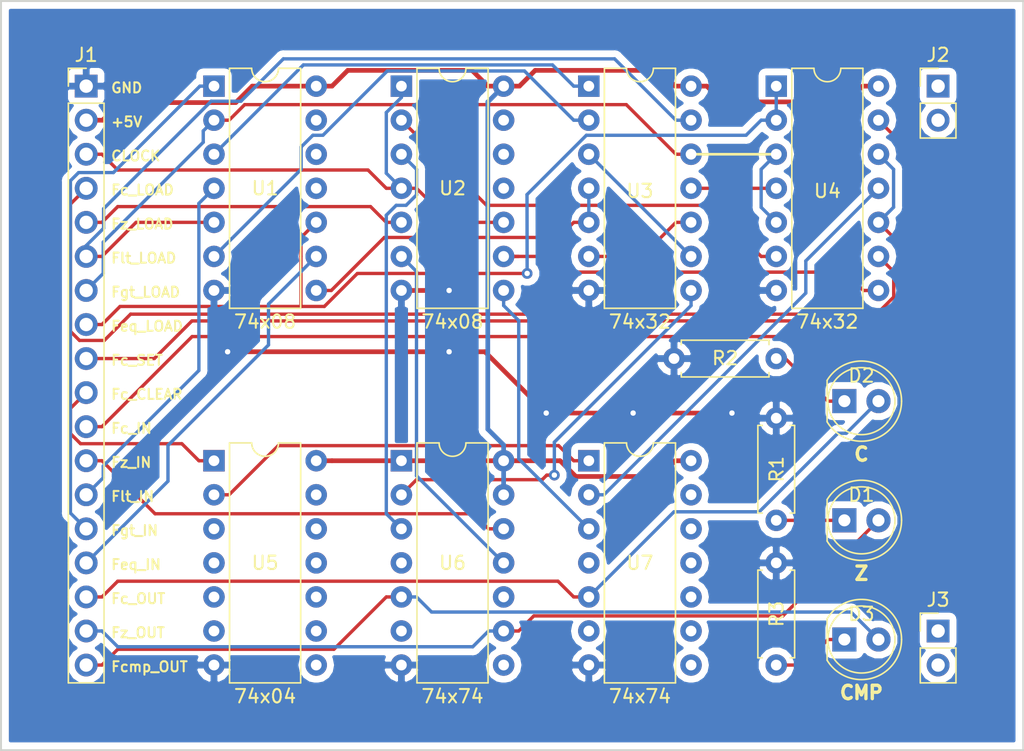
<source format=kicad_pcb>
(kicad_pcb (version 20171130) (host pcbnew 5.0.2+dfsg1-1)

  (general
    (thickness 1.6)
    (drawings 27)
    (tracks 264)
    (zones 0)
    (modules 16)
    (nets 47)
  )

  (page A4)
  (layers
    (0 F.Cu signal)
    (31 B.Cu signal)
    (32 B.Adhes user hide)
    (33 F.Adhes user hide)
    (34 B.Paste user hide)
    (35 F.Paste user hide)
    (36 B.SilkS user)
    (37 F.SilkS user)
    (38 B.Mask user hide)
    (39 F.Mask user hide)
    (40 Dwgs.User user hide)
    (41 Cmts.User user hide)
    (42 Eco1.User user hide)
    (43 Eco2.User user hide)
    (44 Edge.Cuts user)
    (45 Margin user hide)
    (46 B.CrtYd user hide)
    (47 F.CrtYd user hide)
    (48 B.Fab user hide)
    (49 F.Fab user hide)
  )

  (setup
    (last_trace_width 0.25)
    (trace_clearance 0.2)
    (zone_clearance 0.508)
    (zone_45_only no)
    (trace_min 0.2)
    (segment_width 0.2)
    (edge_width 0.15)
    (via_size 0.8)
    (via_drill 0.4)
    (via_min_size 0.4)
    (via_min_drill 0.3)
    (uvia_size 0.3)
    (uvia_drill 0.1)
    (uvias_allowed no)
    (uvia_min_size 0.2)
    (uvia_min_drill 0.1)
    (pcb_text_width 0.3)
    (pcb_text_size 1.5 1.5)
    (mod_edge_width 0.15)
    (mod_text_size 1 1)
    (mod_text_width 0.15)
    (pad_size 1.524 1.524)
    (pad_drill 0.762)
    (pad_to_mask_clearance 0.051)
    (solder_mask_min_width 0.25)
    (aux_axis_origin 0 0)
    (visible_elements FFFFFF7F)
    (pcbplotparams
      (layerselection 0x010fc_ffffffff)
      (usegerberextensions true)
      (usegerberattributes false)
      (usegerberadvancedattributes false)
      (creategerberjobfile false)
      (excludeedgelayer true)
      (linewidth 0.100000)
      (plotframeref false)
      (viasonmask false)
      (mode 1)
      (useauxorigin false)
      (hpglpennumber 1)
      (hpglpenspeed 20)
      (hpglpendiameter 15.000000)
      (psnegative false)
      (psa4output false)
      (plotreference true)
      (plotvalue true)
      (plotinvisibletext false)
      (padsonsilk false)
      (subtractmaskfromsilk false)
      (outputformat 1)
      (mirror false)
      (drillshape 0)
      (scaleselection 1)
      (outputdirectory "gerber/"))
  )

  (net 0 "")
  (net 1 "Net-(D1-Pad1)")
  (net 2 GND)
  (net 3 "Net-(D2-Pad1)")
  (net 4 "Net-(D3-Pad1)")
  (net 5 Fgt_IN)
  (net 6 "Net-(U1-Pad8)")
  (net 7 Fgt_LOAD)
  (net 8 Feq_IN)
  (net 9 "Net-(U1-Pad3)")
  (net 10 Feq_LOAD)
  (net 11 Flt_IN)
  (net 12 Flt_LOAD)
  (net 13 "Net-(U1-Pad6)")
  (net 14 "Net-(U2-Pad3)")
  (net 15 "Net-(U2-Pad8)")
  (net 16 "Net-(U3-Pad3)")
  (net 17 Fc_IN)
  (net 18 Fc_SET)
  (net 19 Fc_LOAD)
  (net 20 CLOCK)
  (net 21 Fz_LOAD)
  (net 22 +5V)
  (net 23 "Net-(U6-Pad6)")
  (net 24 Fz_IN)
  (net 25 Fcmp_OUT)
  (net 26 "Net-(U6-Pad4)")
  (net 27 Fz_OUT)
  (net 28 Fc_OUT)
  (net 29 Fc_CLEAR)
  (net 30 "Net-(J3-Pad1)")
  (net 31 "Net-(J3-Pad2)")
  (net 32 "Net-(J2-Pad2)")
  (net 33 "Net-(J2-Pad1)")
  (net 34 "Net-(U3-Pad8)")
  (net 35 "Net-(U3-Pad11)")
  (net 36 "Net-(U4-Pad3)")
  (net 37 "Net-(U2-Pad6)")
  (net 38 "Net-(U2-Pad9)")
  (net 39 "Net-(U2-Pad2)")
  (net 40 "Net-(U3-Pad10)")
  (net 41 "Net-(U4-Pad11)")
  (net 42 "Net-(U5-Pad2)")
  (net 43 "Net-(U6-Pad10)")
  (net 44 "Net-(U6-Pad8)")
  (net 45 "Net-(U7-Pad4)")
  (net 46 "Net-(U7-Pad6)")

  (net_class Default "This is the default net class."
    (clearance 0.2)
    (trace_width 0.25)
    (via_dia 0.8)
    (via_drill 0.4)
    (uvia_dia 0.3)
    (uvia_drill 0.1)
    (add_net CLOCK)
    (add_net Fc_CLEAR)
    (add_net Fc_IN)
    (add_net Fc_LOAD)
    (add_net Fc_OUT)
    (add_net Fc_SET)
    (add_net Fcmp_OUT)
    (add_net Feq_IN)
    (add_net Feq_LOAD)
    (add_net Fgt_IN)
    (add_net Fgt_LOAD)
    (add_net Flt_IN)
    (add_net Flt_LOAD)
    (add_net Fz_IN)
    (add_net Fz_LOAD)
    (add_net Fz_OUT)
    (add_net "Net-(D1-Pad1)")
    (add_net "Net-(D2-Pad1)")
    (add_net "Net-(D3-Pad1)")
    (add_net "Net-(J2-Pad1)")
    (add_net "Net-(J2-Pad2)")
    (add_net "Net-(J3-Pad1)")
    (add_net "Net-(J3-Pad2)")
    (add_net "Net-(U1-Pad3)")
    (add_net "Net-(U1-Pad6)")
    (add_net "Net-(U1-Pad8)")
    (add_net "Net-(U2-Pad2)")
    (add_net "Net-(U2-Pad3)")
    (add_net "Net-(U2-Pad6)")
    (add_net "Net-(U2-Pad8)")
    (add_net "Net-(U2-Pad9)")
    (add_net "Net-(U3-Pad10)")
    (add_net "Net-(U3-Pad11)")
    (add_net "Net-(U3-Pad3)")
    (add_net "Net-(U3-Pad8)")
    (add_net "Net-(U4-Pad11)")
    (add_net "Net-(U4-Pad3)")
    (add_net "Net-(U5-Pad2)")
    (add_net "Net-(U6-Pad10)")
    (add_net "Net-(U6-Pad4)")
    (add_net "Net-(U6-Pad6)")
    (add_net "Net-(U6-Pad8)")
    (add_net "Net-(U7-Pad4)")
    (add_net "Net-(U7-Pad6)")
  )

  (net_class Power ""
    (clearance 0.2)
    (trace_width 0.35)
    (via_dia 0.8)
    (via_drill 0.4)
    (uvia_dia 0.3)
    (uvia_drill 0.1)
    (add_net +5V)
    (add_net GND)
  )

  (module Connector_PinHeader_2.54mm:PinHeader_1x02_P2.54mm_Vertical (layer F.Cu) (tedit 59FED5CC) (tstamp 5D48B0EE)
    (at 109.22 45.72)
    (descr "Through hole straight pin header, 1x02, 2.54mm pitch, single row")
    (tags "Through hole pin header THT 1x02 2.54mm single row")
    (path /5D480D00)
    (fp_text reference J2 (at 0 -2.33) (layer F.SilkS)
      (effects (font (size 1 1) (thickness 0.15)))
    )
    (fp_text value Conn_01x02_Male (at 0 4.87) (layer F.Fab)
      (effects (font (size 1 1) (thickness 0.15)))
    )
    (fp_text user %R (at 0 1.27 90) (layer F.Fab)
      (effects (font (size 1 1) (thickness 0.15)))
    )
    (fp_line (start 1.8 -1.8) (end -1.8 -1.8) (layer F.CrtYd) (width 0.05))
    (fp_line (start 1.8 4.35) (end 1.8 -1.8) (layer F.CrtYd) (width 0.05))
    (fp_line (start -1.8 4.35) (end 1.8 4.35) (layer F.CrtYd) (width 0.05))
    (fp_line (start -1.8 -1.8) (end -1.8 4.35) (layer F.CrtYd) (width 0.05))
    (fp_line (start -1.33 -1.33) (end 0 -1.33) (layer F.SilkS) (width 0.12))
    (fp_line (start -1.33 0) (end -1.33 -1.33) (layer F.SilkS) (width 0.12))
    (fp_line (start -1.33 1.27) (end 1.33 1.27) (layer F.SilkS) (width 0.12))
    (fp_line (start 1.33 1.27) (end 1.33 3.87) (layer F.SilkS) (width 0.12))
    (fp_line (start -1.33 1.27) (end -1.33 3.87) (layer F.SilkS) (width 0.12))
    (fp_line (start -1.33 3.87) (end 1.33 3.87) (layer F.SilkS) (width 0.12))
    (fp_line (start -1.27 -0.635) (end -0.635 -1.27) (layer F.Fab) (width 0.1))
    (fp_line (start -1.27 3.81) (end -1.27 -0.635) (layer F.Fab) (width 0.1))
    (fp_line (start 1.27 3.81) (end -1.27 3.81) (layer F.Fab) (width 0.1))
    (fp_line (start 1.27 -1.27) (end 1.27 3.81) (layer F.Fab) (width 0.1))
    (fp_line (start -0.635 -1.27) (end 1.27 -1.27) (layer F.Fab) (width 0.1))
    (pad 2 thru_hole oval (at 0 2.54) (size 1.7 1.7) (drill 1) (layers *.Cu *.Mask)
      (net 32 "Net-(J2-Pad2)"))
    (pad 1 thru_hole rect (at 0 0) (size 1.7 1.7) (drill 1) (layers *.Cu *.Mask)
      (net 33 "Net-(J2-Pad1)"))
    (model ${KISYS3DMOD}/Connector_PinHeader_2.54mm.3dshapes/PinHeader_1x02_P2.54mm_Vertical.wrl
      (at (xyz 0 0 0))
      (scale (xyz 1 1 1))
      (rotate (xyz 0 0 0))
    )
  )

  (module Connector_PinHeader_2.54mm:PinHeader_1x02_P2.54mm_Vertical (layer F.Cu) (tedit 59FED5CC) (tstamp 5D48B0D8)
    (at 109.22 86.36)
    (descr "Through hole straight pin header, 1x02, 2.54mm pitch, single row")
    (tags "Through hole pin header THT 1x02 2.54mm single row")
    (path /5D480D9A)
    (fp_text reference J3 (at 0 -2.33) (layer F.SilkS)
      (effects (font (size 1 1) (thickness 0.15)))
    )
    (fp_text value Conn_01x02_Male (at 0 4.87) (layer F.Fab)
      (effects (font (size 1 1) (thickness 0.15)))
    )
    (fp_line (start -0.635 -1.27) (end 1.27 -1.27) (layer F.Fab) (width 0.1))
    (fp_line (start 1.27 -1.27) (end 1.27 3.81) (layer F.Fab) (width 0.1))
    (fp_line (start 1.27 3.81) (end -1.27 3.81) (layer F.Fab) (width 0.1))
    (fp_line (start -1.27 3.81) (end -1.27 -0.635) (layer F.Fab) (width 0.1))
    (fp_line (start -1.27 -0.635) (end -0.635 -1.27) (layer F.Fab) (width 0.1))
    (fp_line (start -1.33 3.87) (end 1.33 3.87) (layer F.SilkS) (width 0.12))
    (fp_line (start -1.33 1.27) (end -1.33 3.87) (layer F.SilkS) (width 0.12))
    (fp_line (start 1.33 1.27) (end 1.33 3.87) (layer F.SilkS) (width 0.12))
    (fp_line (start -1.33 1.27) (end 1.33 1.27) (layer F.SilkS) (width 0.12))
    (fp_line (start -1.33 0) (end -1.33 -1.33) (layer F.SilkS) (width 0.12))
    (fp_line (start -1.33 -1.33) (end 0 -1.33) (layer F.SilkS) (width 0.12))
    (fp_line (start -1.8 -1.8) (end -1.8 4.35) (layer F.CrtYd) (width 0.05))
    (fp_line (start -1.8 4.35) (end 1.8 4.35) (layer F.CrtYd) (width 0.05))
    (fp_line (start 1.8 4.35) (end 1.8 -1.8) (layer F.CrtYd) (width 0.05))
    (fp_line (start 1.8 -1.8) (end -1.8 -1.8) (layer F.CrtYd) (width 0.05))
    (fp_text user %R (at 0 1.27 90) (layer F.Fab)
      (effects (font (size 1 1) (thickness 0.15)))
    )
    (pad 1 thru_hole rect (at 0 0) (size 1.7 1.7) (drill 1) (layers *.Cu *.Mask)
      (net 30 "Net-(J3-Pad1)"))
    (pad 2 thru_hole oval (at 0 2.54) (size 1.7 1.7) (drill 1) (layers *.Cu *.Mask)
      (net 31 "Net-(J3-Pad2)"))
    (model ${KISYS3DMOD}/Connector_PinHeader_2.54mm.3dshapes/PinHeader_1x02_P2.54mm_Vertical.wrl
      (at (xyz 0 0 0))
      (scale (xyz 1 1 1))
      (rotate (xyz 0 0 0))
    )
  )

  (module Connector_PinHeader_2.54mm:PinHeader_1x18_P2.54mm_Vertical (layer F.Cu) (tedit 59FED5CC) (tstamp 5D488765)
    (at 45.72 45.72)
    (descr "Through hole straight pin header, 1x18, 2.54mm pitch, single row")
    (tags "Through hole pin header THT 1x18 2.54mm single row")
    (path /5D3BA357)
    (fp_text reference J1 (at 0 -2.33) (layer F.SilkS)
      (effects (font (size 1 1) (thickness 0.15)))
    )
    (fp_text value Conn_01x18_Male (at 0 45.51) (layer F.Fab)
      (effects (font (size 1 1) (thickness 0.15)))
    )
    (fp_line (start -0.635 -1.27) (end 1.27 -1.27) (layer F.Fab) (width 0.1))
    (fp_line (start 1.27 -1.27) (end 1.27 44.45) (layer F.Fab) (width 0.1))
    (fp_line (start 1.27 44.45) (end -1.27 44.45) (layer F.Fab) (width 0.1))
    (fp_line (start -1.27 44.45) (end -1.27 -0.635) (layer F.Fab) (width 0.1))
    (fp_line (start -1.27 -0.635) (end -0.635 -1.27) (layer F.Fab) (width 0.1))
    (fp_line (start -1.33 44.51) (end 1.33 44.51) (layer F.SilkS) (width 0.12))
    (fp_line (start -1.33 1.27) (end -1.33 44.51) (layer F.SilkS) (width 0.12))
    (fp_line (start 1.33 1.27) (end 1.33 44.51) (layer F.SilkS) (width 0.12))
    (fp_line (start -1.33 1.27) (end 1.33 1.27) (layer F.SilkS) (width 0.12))
    (fp_line (start -1.33 0) (end -1.33 -1.33) (layer F.SilkS) (width 0.12))
    (fp_line (start -1.33 -1.33) (end 0 -1.33) (layer F.SilkS) (width 0.12))
    (fp_line (start -1.8 -1.8) (end -1.8 44.95) (layer F.CrtYd) (width 0.05))
    (fp_line (start -1.8 44.95) (end 1.8 44.95) (layer F.CrtYd) (width 0.05))
    (fp_line (start 1.8 44.95) (end 1.8 -1.8) (layer F.CrtYd) (width 0.05))
    (fp_line (start 1.8 -1.8) (end -1.8 -1.8) (layer F.CrtYd) (width 0.05))
    (fp_text user %R (at 0 21.59 90) (layer F.Fab)
      (effects (font (size 1 1) (thickness 0.15)))
    )
    (pad 1 thru_hole rect (at 0 0) (size 1.7 1.7) (drill 1) (layers *.Cu *.Mask)
      (net 2 GND))
    (pad 2 thru_hole oval (at 0 2.54) (size 1.7 1.7) (drill 1) (layers *.Cu *.Mask)
      (net 22 +5V))
    (pad 3 thru_hole oval (at 0 5.08) (size 1.7 1.7) (drill 1) (layers *.Cu *.Mask)
      (net 20 CLOCK))
    (pad 4 thru_hole oval (at 0 7.62) (size 1.7 1.7) (drill 1) (layers *.Cu *.Mask)
      (net 19 Fc_LOAD))
    (pad 5 thru_hole oval (at 0 10.16) (size 1.7 1.7) (drill 1) (layers *.Cu *.Mask)
      (net 21 Fz_LOAD))
    (pad 6 thru_hole oval (at 0 12.7) (size 1.7 1.7) (drill 1) (layers *.Cu *.Mask)
      (net 12 Flt_LOAD))
    (pad 7 thru_hole oval (at 0 15.24) (size 1.7 1.7) (drill 1) (layers *.Cu *.Mask)
      (net 7 Fgt_LOAD))
    (pad 8 thru_hole oval (at 0 17.78) (size 1.7 1.7) (drill 1) (layers *.Cu *.Mask)
      (net 10 Feq_LOAD))
    (pad 9 thru_hole oval (at 0 20.32) (size 1.7 1.7) (drill 1) (layers *.Cu *.Mask)
      (net 18 Fc_SET))
    (pad 10 thru_hole oval (at 0 22.86) (size 1.7 1.7) (drill 1) (layers *.Cu *.Mask)
      (net 29 Fc_CLEAR))
    (pad 11 thru_hole oval (at 0 25.4) (size 1.7 1.7) (drill 1) (layers *.Cu *.Mask)
      (net 17 Fc_IN))
    (pad 12 thru_hole oval (at 0 27.94) (size 1.7 1.7) (drill 1) (layers *.Cu *.Mask)
      (net 24 Fz_IN))
    (pad 13 thru_hole oval (at 0 30.48) (size 1.7 1.7) (drill 1) (layers *.Cu *.Mask)
      (net 11 Flt_IN))
    (pad 14 thru_hole oval (at 0 33.02) (size 1.7 1.7) (drill 1) (layers *.Cu *.Mask)
      (net 5 Fgt_IN))
    (pad 15 thru_hole oval (at 0 35.56) (size 1.7 1.7) (drill 1) (layers *.Cu *.Mask)
      (net 8 Feq_IN))
    (pad 16 thru_hole oval (at 0 38.1) (size 1.7 1.7) (drill 1) (layers *.Cu *.Mask)
      (net 28 Fc_OUT))
    (pad 17 thru_hole oval (at 0 40.64) (size 1.7 1.7) (drill 1) (layers *.Cu *.Mask)
      (net 27 Fz_OUT))
    (pad 18 thru_hole oval (at 0 43.18) (size 1.7 1.7) (drill 1) (layers *.Cu *.Mask)
      (net 25 Fcmp_OUT))
    (model ${KISYS3DMOD}/Connector_PinHeader_2.54mm.3dshapes/PinHeader_1x18_P2.54mm_Vertical.wrl
      (at (xyz 0 0 0))
      (scale (xyz 1 1 1))
      (rotate (xyz 0 0 0))
    )
  )

  (module LED_THT:LED_D5.0mm (layer F.Cu) (tedit 5D3C009E) (tstamp 5D48C74E)
    (at 102.235 86.995)
    (descr "LED, diameter 5.0mm, 2 pins, http://cdn-reichelt.de/documents/datenblatt/A500/LL-504BC2E-009.pdf")
    (tags "LED diameter 5.0mm 2 pins")
    (path /5D460194)
    (fp_text reference D3 (at 1.27 -1.905) (layer F.SilkS)
      (effects (font (size 1 1) (thickness 0.15)))
    )
    (fp_text value CMP (at 1.27 3.96) (layer F.SilkS)
      (effects (font (size 1 1) (thickness 0.25)))
    )
    (fp_arc (start 1.27 0) (end -1.23 -1.469694) (angle 299.1) (layer F.Fab) (width 0.1))
    (fp_arc (start 1.27 0) (end -1.29 -1.54483) (angle 148.9) (layer F.SilkS) (width 0.12))
    (fp_arc (start 1.27 0) (end -1.29 1.54483) (angle -148.9) (layer F.SilkS) (width 0.12))
    (fp_circle (center 1.27 0) (end 3.77 0) (layer F.Fab) (width 0.1))
    (fp_circle (center 1.27 0) (end 3.77 0) (layer F.SilkS) (width 0.12))
    (fp_line (start -1.23 -1.469694) (end -1.23 1.469694) (layer F.Fab) (width 0.1))
    (fp_line (start -1.29 -1.545) (end -1.29 1.545) (layer F.SilkS) (width 0.12))
    (fp_line (start -1.95 -3.25) (end -1.95 3.25) (layer F.CrtYd) (width 0.05))
    (fp_line (start -1.95 3.25) (end 4.5 3.25) (layer F.CrtYd) (width 0.05))
    (fp_line (start 4.5 3.25) (end 4.5 -3.25) (layer F.CrtYd) (width 0.05))
    (fp_line (start 4.5 -3.25) (end -1.95 -3.25) (layer F.CrtYd) (width 0.05))
    (fp_text user %R (at 1.25 0) (layer F.Fab)
      (effects (font (size 0.8 0.8) (thickness 0.2)))
    )
    (pad 1 thru_hole rect (at 0 0) (size 1.8 1.8) (drill 0.9) (layers *.Cu *.Mask)
      (net 4 "Net-(D3-Pad1)"))
    (pad 2 thru_hole circle (at 2.54 0) (size 1.8 1.8) (drill 0.9) (layers *.Cu *.Mask)
      (net 25 Fcmp_OUT))
    (model ${KISYS3DMOD}/LED_THT.3dshapes/LED_D5.0mm.wrl
      (at (xyz 0 0 0))
      (scale (xyz 1 1 1))
      (rotate (xyz 0 0 0))
    )
  )

  (module LED_THT:LED_D5.0mm (layer F.Cu) (tedit 5D3C009A) (tstamp 5D48C781)
    (at 102.235 69.215)
    (descr "LED, diameter 5.0mm, 2 pins, http://cdn-reichelt.de/documents/datenblatt/A500/LL-504BC2E-009.pdf")
    (tags "LED diameter 5.0mm 2 pins")
    (path /5D460146)
    (fp_text reference D2 (at 1.27 -1.905) (layer F.SilkS)
      (effects (font (size 1 1) (thickness 0.15)))
    )
    (fp_text value C (at 1.27 3.96) (layer F.SilkS)
      (effects (font (size 1 1) (thickness 0.25)))
    )
    (fp_text user %R (at 1.25 0) (layer F.Fab)
      (effects (font (size 0.8 0.8) (thickness 0.2)))
    )
    (fp_line (start 4.5 -3.25) (end -1.95 -3.25) (layer F.CrtYd) (width 0.05))
    (fp_line (start 4.5 3.25) (end 4.5 -3.25) (layer F.CrtYd) (width 0.05))
    (fp_line (start -1.95 3.25) (end 4.5 3.25) (layer F.CrtYd) (width 0.05))
    (fp_line (start -1.95 -3.25) (end -1.95 3.25) (layer F.CrtYd) (width 0.05))
    (fp_line (start -1.29 -1.545) (end -1.29 1.545) (layer F.SilkS) (width 0.12))
    (fp_line (start -1.23 -1.469694) (end -1.23 1.469694) (layer F.Fab) (width 0.1))
    (fp_circle (center 1.27 0) (end 3.77 0) (layer F.SilkS) (width 0.12))
    (fp_circle (center 1.27 0) (end 3.77 0) (layer F.Fab) (width 0.1))
    (fp_arc (start 1.27 0) (end -1.29 1.54483) (angle -148.9) (layer F.SilkS) (width 0.12))
    (fp_arc (start 1.27 0) (end -1.29 -1.54483) (angle 148.9) (layer F.SilkS) (width 0.12))
    (fp_arc (start 1.27 0) (end -1.23 -1.469694) (angle 299.1) (layer F.Fab) (width 0.1))
    (pad 2 thru_hole circle (at 2.54 0) (size 1.8 1.8) (drill 0.9) (layers *.Cu *.Mask)
      (net 28 Fc_OUT))
    (pad 1 thru_hole rect (at 0 0) (size 1.8 1.8) (drill 0.9) (layers *.Cu *.Mask)
      (net 3 "Net-(D2-Pad1)"))
    (model ${KISYS3DMOD}/LED_THT.3dshapes/LED_D5.0mm.wrl
      (at (xyz 0 0 0))
      (scale (xyz 1 1 1))
      (rotate (xyz 0 0 0))
    )
  )

  (module LED_THT:LED_D5.0mm (layer F.Cu) (tedit 5D3C0094) (tstamp 5D48C71B)
    (at 102.235 78.105)
    (descr "LED, diameter 5.0mm, 2 pins, http://cdn-reichelt.de/documents/datenblatt/A500/LL-504BC2E-009.pdf")
    (tags "LED diameter 5.0mm 2 pins")
    (path /5D4600EC)
    (fp_text reference D1 (at 1.27 -1.905) (layer F.SilkS)
      (effects (font (size 1 1) (thickness 0.15)))
    )
    (fp_text value Z (at 1.27 3.96) (layer F.SilkS)
      (effects (font (size 1 1) (thickness 0.25)))
    )
    (fp_arc (start 1.27 0) (end -1.23 -1.469694) (angle 299.1) (layer F.Fab) (width 0.1))
    (fp_arc (start 1.27 0) (end -1.29 -1.54483) (angle 148.9) (layer F.SilkS) (width 0.12))
    (fp_arc (start 1.27 0) (end -1.29 1.54483) (angle -148.9) (layer F.SilkS) (width 0.12))
    (fp_circle (center 1.27 0) (end 3.77 0) (layer F.Fab) (width 0.1))
    (fp_circle (center 1.27 0) (end 3.77 0) (layer F.SilkS) (width 0.12))
    (fp_line (start -1.23 -1.469694) (end -1.23 1.469694) (layer F.Fab) (width 0.1))
    (fp_line (start -1.29 -1.545) (end -1.29 1.545) (layer F.SilkS) (width 0.12))
    (fp_line (start -1.95 -3.25) (end -1.95 3.25) (layer F.CrtYd) (width 0.05))
    (fp_line (start -1.95 3.25) (end 4.5 3.25) (layer F.CrtYd) (width 0.05))
    (fp_line (start 4.5 3.25) (end 4.5 -3.25) (layer F.CrtYd) (width 0.05))
    (fp_line (start 4.5 -3.25) (end -1.95 -3.25) (layer F.CrtYd) (width 0.05))
    (fp_text user %R (at 1.25 0) (layer F.Fab)
      (effects (font (size 0.8 0.8) (thickness 0.2)))
    )
    (pad 1 thru_hole rect (at 0 0) (size 1.8 1.8) (drill 0.9) (layers *.Cu *.Mask)
      (net 1 "Net-(D1-Pad1)"))
    (pad 2 thru_hole circle (at 2.54 0) (size 1.8 1.8) (drill 0.9) (layers *.Cu *.Mask)
      (net 27 Fz_OUT))
    (model ${KISYS3DMOD}/LED_THT.3dshapes/LED_D5.0mm.wrl
      (at (xyz 0 0 0))
      (scale (xyz 1 1 1))
      (rotate (xyz 0 0 0))
    )
  )

  (module Package_DIP:DIP-14_W7.62mm (layer F.Cu) (tedit 5D3BFC15) (tstamp 5D489C14)
    (at 83.185 73.66)
    (descr "14-lead though-hole mounted DIP package, row spacing 7.62 mm (300 mils)")
    (tags "THT DIP DIL PDIP 2.54mm 7.62mm 300mil")
    (path /5D42DC3E)
    (fp_text reference U7 (at 3.81 7.62) (layer F.SilkS)
      (effects (font (size 1 1) (thickness 0.15)))
    )
    (fp_text value 74x74 (at 3.81 17.57) (layer F.SilkS)
      (effects (font (size 1 1) (thickness 0.15)))
    )
    (fp_text user %R (at 3.81 7.62) (layer F.Fab)
      (effects (font (size 1 1) (thickness 0.15)))
    )
    (fp_line (start 8.7 -1.55) (end -1.1 -1.55) (layer F.CrtYd) (width 0.05))
    (fp_line (start 8.7 16.8) (end 8.7 -1.55) (layer F.CrtYd) (width 0.05))
    (fp_line (start -1.1 16.8) (end 8.7 16.8) (layer F.CrtYd) (width 0.05))
    (fp_line (start -1.1 -1.55) (end -1.1 16.8) (layer F.CrtYd) (width 0.05))
    (fp_line (start 6.46 -1.33) (end 4.81 -1.33) (layer F.SilkS) (width 0.12))
    (fp_line (start 6.46 16.57) (end 6.46 -1.33) (layer F.SilkS) (width 0.12))
    (fp_line (start 1.16 16.57) (end 6.46 16.57) (layer F.SilkS) (width 0.12))
    (fp_line (start 1.16 -1.33) (end 1.16 16.57) (layer F.SilkS) (width 0.12))
    (fp_line (start 2.81 -1.33) (end 1.16 -1.33) (layer F.SilkS) (width 0.12))
    (fp_line (start 0.635 -0.27) (end 1.635 -1.27) (layer F.Fab) (width 0.1))
    (fp_line (start 0.635 16.51) (end 0.635 -0.27) (layer F.Fab) (width 0.1))
    (fp_line (start 6.985 16.51) (end 0.635 16.51) (layer F.Fab) (width 0.1))
    (fp_line (start 6.985 -1.27) (end 6.985 16.51) (layer F.Fab) (width 0.1))
    (fp_line (start 1.635 -1.27) (end 6.985 -1.27) (layer F.Fab) (width 0.1))
    (fp_arc (start 3.81 -1.33) (end 2.81 -1.33) (angle -180) (layer F.SilkS) (width 0.12))
    (pad 14 thru_hole oval (at 7.62 0) (size 1.6 1.6) (drill 0.8) (layers *.Cu *.Mask)
      (net 22 +5V))
    (pad 7 thru_hole oval (at 0 15.24) (size 1.6 1.6) (drill 0.8) (layers *.Cu *.Mask)
      (net 2 GND))
    (pad 13 thru_hole oval (at 7.62 2.54) (size 1.6 1.6) (drill 0.8) (layers *.Cu *.Mask))
    (pad 6 thru_hole oval (at 0 12.7) (size 1.6 1.6) (drill 0.8) (layers *.Cu *.Mask)
      (net 46 "Net-(U7-Pad6)"))
    (pad 12 thru_hole oval (at 7.62 5.08) (size 1.6 1.6) (drill 0.8) (layers *.Cu *.Mask))
    (pad 5 thru_hole oval (at 0 10.16) (size 1.6 1.6) (drill 0.8) (layers *.Cu *.Mask)
      (net 28 Fc_OUT))
    (pad 11 thru_hole oval (at 7.62 7.62) (size 1.6 1.6) (drill 0.8) (layers *.Cu *.Mask))
    (pad 4 thru_hole oval (at 0 7.62) (size 1.6 1.6) (drill 0.8) (layers *.Cu *.Mask)
      (net 45 "Net-(U7-Pad4)"))
    (pad 10 thru_hole oval (at 7.62 10.16) (size 1.6 1.6) (drill 0.8) (layers *.Cu *.Mask))
    (pad 3 thru_hole oval (at 0 5.08) (size 1.6 1.6) (drill 0.8) (layers *.Cu *.Mask)
      (net 15 "Net-(U2-Pad8)"))
    (pad 9 thru_hole oval (at 7.62 12.7) (size 1.6 1.6) (drill 0.8) (layers *.Cu *.Mask))
    (pad 2 thru_hole oval (at 0 2.54) (size 1.6 1.6) (drill 0.8) (layers *.Cu *.Mask)
      (net 41 "Net-(U4-Pad11)"))
    (pad 8 thru_hole oval (at 7.62 15.24) (size 1.6 1.6) (drill 0.8) (layers *.Cu *.Mask))
    (pad 1 thru_hole rect (at 0 0) (size 1.6 1.6) (drill 0.8) (layers *.Cu *.Mask)
      (net 42 "Net-(U5-Pad2)"))
    (model ${KISYS3DMOD}/Package_DIP.3dshapes/DIP-14_W7.62mm.wrl
      (at (xyz 0 0 0))
      (scale (xyz 1 1 1))
      (rotate (xyz 0 0 0))
    )
  )

  (module Package_DIP:DIP-14_W7.62mm (layer F.Cu) (tedit 5D3BFC11) (tstamp 5D489CDA)
    (at 69.215 73.66)
    (descr "14-lead though-hole mounted DIP package, row spacing 7.62 mm (300 mils)")
    (tags "THT DIP DIL PDIP 2.54mm 7.62mm 300mil")
    (path /5D3EF1A2)
    (fp_text reference U6 (at 3.81 7.62) (layer F.SilkS)
      (effects (font (size 1 1) (thickness 0.15)))
    )
    (fp_text value 74x74 (at 3.81 17.57) (layer F.SilkS)
      (effects (font (size 1 1) (thickness 0.15)))
    )
    (fp_arc (start 3.81 -1.33) (end 2.81 -1.33) (angle -180) (layer F.SilkS) (width 0.12))
    (fp_line (start 1.635 -1.27) (end 6.985 -1.27) (layer F.Fab) (width 0.1))
    (fp_line (start 6.985 -1.27) (end 6.985 16.51) (layer F.Fab) (width 0.1))
    (fp_line (start 6.985 16.51) (end 0.635 16.51) (layer F.Fab) (width 0.1))
    (fp_line (start 0.635 16.51) (end 0.635 -0.27) (layer F.Fab) (width 0.1))
    (fp_line (start 0.635 -0.27) (end 1.635 -1.27) (layer F.Fab) (width 0.1))
    (fp_line (start 2.81 -1.33) (end 1.16 -1.33) (layer F.SilkS) (width 0.12))
    (fp_line (start 1.16 -1.33) (end 1.16 16.57) (layer F.SilkS) (width 0.12))
    (fp_line (start 1.16 16.57) (end 6.46 16.57) (layer F.SilkS) (width 0.12))
    (fp_line (start 6.46 16.57) (end 6.46 -1.33) (layer F.SilkS) (width 0.12))
    (fp_line (start 6.46 -1.33) (end 4.81 -1.33) (layer F.SilkS) (width 0.12))
    (fp_line (start -1.1 -1.55) (end -1.1 16.8) (layer F.CrtYd) (width 0.05))
    (fp_line (start -1.1 16.8) (end 8.7 16.8) (layer F.CrtYd) (width 0.05))
    (fp_line (start 8.7 16.8) (end 8.7 -1.55) (layer F.CrtYd) (width 0.05))
    (fp_line (start 8.7 -1.55) (end -1.1 -1.55) (layer F.CrtYd) (width 0.05))
    (fp_text user %R (at 3.81 7.62) (layer F.Fab)
      (effects (font (size 1 1) (thickness 0.15)))
    )
    (pad 1 thru_hole rect (at 0 0) (size 1.6 1.6) (drill 0.8) (layers *.Cu *.Mask)
      (net 22 +5V))
    (pad 8 thru_hole oval (at 7.62 15.24) (size 1.6 1.6) (drill 0.8) (layers *.Cu *.Mask)
      (net 44 "Net-(U6-Pad8)"))
    (pad 2 thru_hole oval (at 0 2.54) (size 1.6 1.6) (drill 0.8) (layers *.Cu *.Mask)
      (net 34 "Net-(U3-Pad8)"))
    (pad 9 thru_hole oval (at 7.62 12.7) (size 1.6 1.6) (drill 0.8) (layers *.Cu *.Mask)
      (net 27 Fz_OUT))
    (pad 3 thru_hole oval (at 0 5.08) (size 1.6 1.6) (drill 0.8) (layers *.Cu *.Mask)
      (net 14 "Net-(U2-Pad3)"))
    (pad 10 thru_hole oval (at 7.62 10.16) (size 1.6 1.6) (drill 0.8) (layers *.Cu *.Mask)
      (net 43 "Net-(U6-Pad10)"))
    (pad 4 thru_hole oval (at 0 7.62) (size 1.6 1.6) (drill 0.8) (layers *.Cu *.Mask)
      (net 26 "Net-(U6-Pad4)"))
    (pad 11 thru_hole oval (at 7.62 7.62) (size 1.6 1.6) (drill 0.8) (layers *.Cu *.Mask)
      (net 37 "Net-(U2-Pad6)"))
    (pad 5 thru_hole oval (at 0 10.16) (size 1.6 1.6) (drill 0.8) (layers *.Cu *.Mask)
      (net 25 Fcmp_OUT))
    (pad 12 thru_hole oval (at 7.62 5.08) (size 1.6 1.6) (drill 0.8) (layers *.Cu *.Mask)
      (net 24 Fz_IN))
    (pad 6 thru_hole oval (at 0 12.7) (size 1.6 1.6) (drill 0.8) (layers *.Cu *.Mask)
      (net 23 "Net-(U6-Pad6)"))
    (pad 13 thru_hole oval (at 7.62 2.54) (size 1.6 1.6) (drill 0.8) (layers *.Cu *.Mask)
      (net 22 +5V))
    (pad 7 thru_hole oval (at 0 15.24) (size 1.6 1.6) (drill 0.8) (layers *.Cu *.Mask)
      (net 2 GND))
    (pad 14 thru_hole oval (at 7.62 0) (size 1.6 1.6) (drill 0.8) (layers *.Cu *.Mask)
      (net 22 +5V))
    (model ${KISYS3DMOD}/Package_DIP.3dshapes/DIP-14_W7.62mm.wrl
      (at (xyz 0 0 0))
      (scale (xyz 1 1 1))
      (rotate (xyz 0 0 0))
    )
  )

  (module Package_DIP:DIP-14_W7.62mm (layer F.Cu) (tedit 5D3BFC0B) (tstamp 5D489D80)
    (at 55.245 73.66)
    (descr "14-lead though-hole mounted DIP package, row spacing 7.62 mm (300 mils)")
    (tags "THT DIP DIL PDIP 2.54mm 7.62mm 300mil")
    (path /5D42B638)
    (fp_text reference U5 (at 3.81 7.62) (layer F.SilkS)
      (effects (font (size 1 1) (thickness 0.15)))
    )
    (fp_text value 74x04 (at 3.81 17.57) (layer F.SilkS)
      (effects (font (size 1 1) (thickness 0.15)))
    )
    (fp_text user %R (at 3.81 7.62) (layer F.Fab)
      (effects (font (size 1 1) (thickness 0.15)))
    )
    (fp_line (start 8.7 -1.55) (end -1.1 -1.55) (layer F.CrtYd) (width 0.05))
    (fp_line (start 8.7 16.8) (end 8.7 -1.55) (layer F.CrtYd) (width 0.05))
    (fp_line (start -1.1 16.8) (end 8.7 16.8) (layer F.CrtYd) (width 0.05))
    (fp_line (start -1.1 -1.55) (end -1.1 16.8) (layer F.CrtYd) (width 0.05))
    (fp_line (start 6.46 -1.33) (end 4.81 -1.33) (layer F.SilkS) (width 0.12))
    (fp_line (start 6.46 16.57) (end 6.46 -1.33) (layer F.SilkS) (width 0.12))
    (fp_line (start 1.16 16.57) (end 6.46 16.57) (layer F.SilkS) (width 0.12))
    (fp_line (start 1.16 -1.33) (end 1.16 16.57) (layer F.SilkS) (width 0.12))
    (fp_line (start 2.81 -1.33) (end 1.16 -1.33) (layer F.SilkS) (width 0.12))
    (fp_line (start 0.635 -0.27) (end 1.635 -1.27) (layer F.Fab) (width 0.1))
    (fp_line (start 0.635 16.51) (end 0.635 -0.27) (layer F.Fab) (width 0.1))
    (fp_line (start 6.985 16.51) (end 0.635 16.51) (layer F.Fab) (width 0.1))
    (fp_line (start 6.985 -1.27) (end 6.985 16.51) (layer F.Fab) (width 0.1))
    (fp_line (start 1.635 -1.27) (end 6.985 -1.27) (layer F.Fab) (width 0.1))
    (fp_arc (start 3.81 -1.33) (end 2.81 -1.33) (angle -180) (layer F.SilkS) (width 0.12))
    (pad 14 thru_hole oval (at 7.62 0) (size 1.6 1.6) (drill 0.8) (layers *.Cu *.Mask)
      (net 22 +5V))
    (pad 7 thru_hole oval (at 0 15.24) (size 1.6 1.6) (drill 0.8) (layers *.Cu *.Mask)
      (net 2 GND))
    (pad 13 thru_hole oval (at 7.62 2.54) (size 1.6 1.6) (drill 0.8) (layers *.Cu *.Mask))
    (pad 6 thru_hole oval (at 0 12.7) (size 1.6 1.6) (drill 0.8) (layers *.Cu *.Mask))
    (pad 12 thru_hole oval (at 7.62 5.08) (size 1.6 1.6) (drill 0.8) (layers *.Cu *.Mask))
    (pad 5 thru_hole oval (at 0 10.16) (size 1.6 1.6) (drill 0.8) (layers *.Cu *.Mask))
    (pad 11 thru_hole oval (at 7.62 7.62) (size 1.6 1.6) (drill 0.8) (layers *.Cu *.Mask))
    (pad 4 thru_hole oval (at 0 7.62) (size 1.6 1.6) (drill 0.8) (layers *.Cu *.Mask))
    (pad 10 thru_hole oval (at 7.62 10.16) (size 1.6 1.6) (drill 0.8) (layers *.Cu *.Mask))
    (pad 3 thru_hole oval (at 0 5.08) (size 1.6 1.6) (drill 0.8) (layers *.Cu *.Mask))
    (pad 9 thru_hole oval (at 7.62 12.7) (size 1.6 1.6) (drill 0.8) (layers *.Cu *.Mask))
    (pad 2 thru_hole oval (at 0 2.54) (size 1.6 1.6) (drill 0.8) (layers *.Cu *.Mask)
      (net 42 "Net-(U5-Pad2)"))
    (pad 8 thru_hole oval (at 7.62 15.24) (size 1.6 1.6) (drill 0.8) (layers *.Cu *.Mask))
    (pad 1 thru_hole rect (at 0 0) (size 1.6 1.6) (drill 0.8) (layers *.Cu *.Mask)
      (net 29 Fc_CLEAR))
    (model ${KISYS3DMOD}/Package_DIP.3dshapes/DIP-14_W7.62mm.wrl
      (at (xyz 0 0 0))
      (scale (xyz 1 1 1))
      (rotate (xyz 0 0 0))
    )
  )

  (module Package_DIP:DIP-14_W7.62mm (layer F.Cu) (tedit 5D3BFC06) (tstamp 5D48846E)
    (at 97.155 45.72)
    (descr "14-lead though-hole mounted DIP package, row spacing 7.62 mm (300 mils)")
    (tags "THT DIP DIL PDIP 2.54mm 7.62mm 300mil")
    (path /5D3DF9F0)
    (fp_text reference U4 (at 3.81 7.822999) (layer F.SilkS)
      (effects (font (size 1 1) (thickness 0.15)))
    )
    (fp_text value 74x32 (at 3.81 17.57) (layer F.SilkS)
      (effects (font (size 1 1) (thickness 0.15)))
    )
    (fp_arc (start 3.81 -1.33) (end 2.81 -1.33) (angle -180) (layer F.SilkS) (width 0.12))
    (fp_line (start 1.635 -1.27) (end 6.985 -1.27) (layer F.Fab) (width 0.1))
    (fp_line (start 6.985 -1.27) (end 6.985 16.51) (layer F.Fab) (width 0.1))
    (fp_line (start 6.985 16.51) (end 0.635 16.51) (layer F.Fab) (width 0.1))
    (fp_line (start 0.635 16.51) (end 0.635 -0.27) (layer F.Fab) (width 0.1))
    (fp_line (start 0.635 -0.27) (end 1.635 -1.27) (layer F.Fab) (width 0.1))
    (fp_line (start 2.81 -1.33) (end 1.16 -1.33) (layer F.SilkS) (width 0.12))
    (fp_line (start 1.16 -1.33) (end 1.16 16.57) (layer F.SilkS) (width 0.12))
    (fp_line (start 1.16 16.57) (end 6.46 16.57) (layer F.SilkS) (width 0.12))
    (fp_line (start 6.46 16.57) (end 6.46 -1.33) (layer F.SilkS) (width 0.12))
    (fp_line (start 6.46 -1.33) (end 4.81 -1.33) (layer F.SilkS) (width 0.12))
    (fp_line (start -1.1 -1.55) (end -1.1 16.8) (layer F.CrtYd) (width 0.05))
    (fp_line (start -1.1 16.8) (end 8.7 16.8) (layer F.CrtYd) (width 0.05))
    (fp_line (start 8.7 16.8) (end 8.7 -1.55) (layer F.CrtYd) (width 0.05))
    (fp_line (start 8.7 -1.55) (end -1.1 -1.55) (layer F.CrtYd) (width 0.05))
    (fp_text user %R (at 3.81 7.62) (layer F.Fab)
      (effects (font (size 1 1) (thickness 0.15)))
    )
    (pad 1 thru_hole rect (at 0 0) (size 1.6 1.6) (drill 0.8) (layers *.Cu *.Mask)
      (net 10 Feq_LOAD))
    (pad 8 thru_hole oval (at 7.62 15.24) (size 1.6 1.6) (drill 0.8) (layers *.Cu *.Mask)
      (net 38 "Net-(U2-Pad9)"))
    (pad 2 thru_hole oval (at 0 2.54) (size 1.6 1.6) (drill 0.8) (layers *.Cu *.Mask)
      (net 10 Feq_LOAD))
    (pad 9 thru_hole oval (at 7.62 12.7) (size 1.6 1.6) (drill 0.8) (layers *.Cu *.Mask)
      (net 19 Fc_LOAD))
    (pad 3 thru_hole oval (at 0 5.08) (size 1.6 1.6) (drill 0.8) (layers *.Cu *.Mask)
      (net 36 "Net-(U4-Pad3)"))
    (pad 10 thru_hole oval (at 7.62 10.16) (size 1.6 1.6) (drill 0.8) (layers *.Cu *.Mask)
      (net 18 Fc_SET))
    (pad 4 thru_hole oval (at 0 7.62) (size 1.6 1.6) (drill 0.8) (layers *.Cu *.Mask)
      (net 35 "Net-(U3-Pad11)"))
    (pad 11 thru_hole oval (at 7.62 7.62) (size 1.6 1.6) (drill 0.8) (layers *.Cu *.Mask)
      (net 41 "Net-(U4-Pad11)"))
    (pad 5 thru_hole oval (at 0 10.16) (size 1.6 1.6) (drill 0.8) (layers *.Cu *.Mask)
      (net 36 "Net-(U4-Pad3)"))
    (pad 12 thru_hole oval (at 7.62 5.08) (size 1.6 1.6) (drill 0.8) (layers *.Cu *.Mask)
      (net 18 Fc_SET))
    (pad 6 thru_hole oval (at 0 12.7) (size 1.6 1.6) (drill 0.8) (layers *.Cu *.Mask)
      (net 39 "Net-(U2-Pad2)"))
    (pad 13 thru_hole oval (at 7.62 2.54) (size 1.6 1.6) (drill 0.8) (layers *.Cu *.Mask)
      (net 17 Fc_IN))
    (pad 7 thru_hole oval (at 0 15.24) (size 1.6 1.6) (drill 0.8) (layers *.Cu *.Mask)
      (net 2 GND))
    (pad 14 thru_hole oval (at 7.62 0) (size 1.6 1.6) (drill 0.8) (layers *.Cu *.Mask)
      (net 22 +5V))
    (model ${KISYS3DMOD}/Package_DIP.3dshapes/DIP-14_W7.62mm.wrl
      (at (xyz 0 0 0))
      (scale (xyz 1 1 1))
      (rotate (xyz 0 0 0))
    )
  )

  (module Package_DIP:DIP-14_W7.62mm (layer F.Cu) (tedit 5D3BFC01) (tstamp 5D48844C)
    (at 83.185 45.72)
    (descr "14-lead though-hole mounted DIP package, row spacing 7.62 mm (300 mils)")
    (tags "THT DIP DIL PDIP 2.54mm 7.62mm 300mil")
    (path /5D3CF2CB)
    (fp_text reference U3 (at 3.81 7.822999) (layer F.SilkS)
      (effects (font (size 1 1) (thickness 0.15)))
    )
    (fp_text value 74x32 (at 3.81 17.57) (layer F.SilkS)
      (effects (font (size 1 1) (thickness 0.15)))
    )
    (fp_text user %R (at 3.81 7.62) (layer F.Fab)
      (effects (font (size 1 1) (thickness 0.15)))
    )
    (fp_line (start 8.7 -1.55) (end -1.1 -1.55) (layer F.CrtYd) (width 0.05))
    (fp_line (start 8.7 16.8) (end 8.7 -1.55) (layer F.CrtYd) (width 0.05))
    (fp_line (start -1.1 16.8) (end 8.7 16.8) (layer F.CrtYd) (width 0.05))
    (fp_line (start -1.1 -1.55) (end -1.1 16.8) (layer F.CrtYd) (width 0.05))
    (fp_line (start 6.46 -1.33) (end 4.81 -1.33) (layer F.SilkS) (width 0.12))
    (fp_line (start 6.46 16.57) (end 6.46 -1.33) (layer F.SilkS) (width 0.12))
    (fp_line (start 1.16 16.57) (end 6.46 16.57) (layer F.SilkS) (width 0.12))
    (fp_line (start 1.16 -1.33) (end 1.16 16.57) (layer F.SilkS) (width 0.12))
    (fp_line (start 2.81 -1.33) (end 1.16 -1.33) (layer F.SilkS) (width 0.12))
    (fp_line (start 0.635 -0.27) (end 1.635 -1.27) (layer F.Fab) (width 0.1))
    (fp_line (start 0.635 16.51) (end 0.635 -0.27) (layer F.Fab) (width 0.1))
    (fp_line (start 6.985 16.51) (end 0.635 16.51) (layer F.Fab) (width 0.1))
    (fp_line (start 6.985 -1.27) (end 6.985 16.51) (layer F.Fab) (width 0.1))
    (fp_line (start 1.635 -1.27) (end 6.985 -1.27) (layer F.Fab) (width 0.1))
    (fp_arc (start 3.81 -1.33) (end 2.81 -1.33) (angle -180) (layer F.SilkS) (width 0.12))
    (pad 14 thru_hole oval (at 7.62 0) (size 1.6 1.6) (drill 0.8) (layers *.Cu *.Mask)
      (net 22 +5V))
    (pad 7 thru_hole oval (at 0 15.24) (size 1.6 1.6) (drill 0.8) (layers *.Cu *.Mask)
      (net 2 GND))
    (pad 13 thru_hole oval (at 7.62 2.54) (size 1.6 1.6) (drill 0.8) (layers *.Cu *.Mask)
      (net 12 Flt_LOAD))
    (pad 6 thru_hole oval (at 0 12.7) (size 1.6 1.6) (drill 0.8) (layers *.Cu *.Mask)
      (net 40 "Net-(U3-Pad10)"))
    (pad 12 thru_hole oval (at 7.62 5.08) (size 1.6 1.6) (drill 0.8) (layers *.Cu *.Mask)
      (net 7 Fgt_LOAD))
    (pad 5 thru_hole oval (at 0 10.16) (size 1.6 1.6) (drill 0.8) (layers *.Cu *.Mask)
      (net 6 "Net-(U1-Pad8)"))
    (pad 11 thru_hole oval (at 7.62 7.62) (size 1.6 1.6) (drill 0.8) (layers *.Cu *.Mask)
      (net 35 "Net-(U3-Pad11)"))
    (pad 4 thru_hole oval (at 0 7.62) (size 1.6 1.6) (drill 0.8) (layers *.Cu *.Mask)
      (net 6 "Net-(U1-Pad8)"))
    (pad 10 thru_hole oval (at 7.62 10.16) (size 1.6 1.6) (drill 0.8) (layers *.Cu *.Mask)
      (net 40 "Net-(U3-Pad10)"))
    (pad 3 thru_hole oval (at 0 5.08) (size 1.6 1.6) (drill 0.8) (layers *.Cu *.Mask)
      (net 16 "Net-(U3-Pad3)"))
    (pad 9 thru_hole oval (at 7.62 12.7) (size 1.6 1.6) (drill 0.8) (layers *.Cu *.Mask)
      (net 16 "Net-(U3-Pad3)"))
    (pad 2 thru_hole oval (at 0 2.54) (size 1.6 1.6) (drill 0.8) (layers *.Cu *.Mask)
      (net 13 "Net-(U1-Pad6)"))
    (pad 8 thru_hole oval (at 7.62 15.24) (size 1.6 1.6) (drill 0.8) (layers *.Cu *.Mask)
      (net 34 "Net-(U3-Pad8)"))
    (pad 1 thru_hole rect (at 0 0) (size 1.6 1.6) (drill 0.8) (layers *.Cu *.Mask)
      (net 9 "Net-(U1-Pad3)"))
    (model ${KISYS3DMOD}/Package_DIP.3dshapes/DIP-14_W7.62mm.wrl
      (at (xyz 0 0 0))
      (scale (xyz 1 1 1))
      (rotate (xyz 0 0 0))
    )
  )

  (module Package_DIP:DIP-14_W7.62mm (layer F.Cu) (tedit 5D3BFBFD) (tstamp 5D48842A)
    (at 69.215 45.72)
    (descr "14-lead though-hole mounted DIP package, row spacing 7.62 mm (300 mils)")
    (tags "THT DIP DIL PDIP 2.54mm 7.62mm 300mil")
    (path /5D3F664F)
    (fp_text reference U2 (at 3.81 7.62) (layer F.SilkS)
      (effects (font (size 1 1) (thickness 0.15)))
    )
    (fp_text value 74x08 (at 3.81 17.57) (layer F.SilkS)
      (effects (font (size 1 1) (thickness 0.15)))
    )
    (fp_arc (start 3.81 -1.33) (end 2.81 -1.33) (angle -180) (layer F.SilkS) (width 0.12))
    (fp_line (start 1.635 -1.27) (end 6.985 -1.27) (layer F.Fab) (width 0.1))
    (fp_line (start 6.985 -1.27) (end 6.985 16.51) (layer F.Fab) (width 0.1))
    (fp_line (start 6.985 16.51) (end 0.635 16.51) (layer F.Fab) (width 0.1))
    (fp_line (start 0.635 16.51) (end 0.635 -0.27) (layer F.Fab) (width 0.1))
    (fp_line (start 0.635 -0.27) (end 1.635 -1.27) (layer F.Fab) (width 0.1))
    (fp_line (start 2.81 -1.33) (end 1.16 -1.33) (layer F.SilkS) (width 0.12))
    (fp_line (start 1.16 -1.33) (end 1.16 16.57) (layer F.SilkS) (width 0.12))
    (fp_line (start 1.16 16.57) (end 6.46 16.57) (layer F.SilkS) (width 0.12))
    (fp_line (start 6.46 16.57) (end 6.46 -1.33) (layer F.SilkS) (width 0.12))
    (fp_line (start 6.46 -1.33) (end 4.81 -1.33) (layer F.SilkS) (width 0.12))
    (fp_line (start -1.1 -1.55) (end -1.1 16.8) (layer F.CrtYd) (width 0.05))
    (fp_line (start -1.1 16.8) (end 8.7 16.8) (layer F.CrtYd) (width 0.05))
    (fp_line (start 8.7 16.8) (end 8.7 -1.55) (layer F.CrtYd) (width 0.05))
    (fp_line (start 8.7 -1.55) (end -1.1 -1.55) (layer F.CrtYd) (width 0.05))
    (fp_text user %R (at 3.81 7.62) (layer F.Fab)
      (effects (font (size 1 1) (thickness 0.15)))
    )
    (pad 1 thru_hole rect (at 0 0) (size 1.6 1.6) (drill 0.8) (layers *.Cu *.Mask)
      (net 20 CLOCK))
    (pad 8 thru_hole oval (at 7.62 15.24) (size 1.6 1.6) (drill 0.8) (layers *.Cu *.Mask)
      (net 15 "Net-(U2-Pad8)"))
    (pad 2 thru_hole oval (at 0 2.54) (size 1.6 1.6) (drill 0.8) (layers *.Cu *.Mask)
      (net 39 "Net-(U2-Pad2)"))
    (pad 9 thru_hole oval (at 7.62 12.7) (size 1.6 1.6) (drill 0.8) (layers *.Cu *.Mask)
      (net 38 "Net-(U2-Pad9)"))
    (pad 3 thru_hole oval (at 0 5.08) (size 1.6 1.6) (drill 0.8) (layers *.Cu *.Mask)
      (net 14 "Net-(U2-Pad3)"))
    (pad 10 thru_hole oval (at 7.62 10.16) (size 1.6 1.6) (drill 0.8) (layers *.Cu *.Mask)
      (net 20 CLOCK))
    (pad 4 thru_hole oval (at 0 7.62) (size 1.6 1.6) (drill 0.8) (layers *.Cu *.Mask)
      (net 20 CLOCK))
    (pad 11 thru_hole oval (at 7.62 7.62) (size 1.6 1.6) (drill 0.8) (layers *.Cu *.Mask))
    (pad 5 thru_hole oval (at 0 10.16) (size 1.6 1.6) (drill 0.8) (layers *.Cu *.Mask)
      (net 21 Fz_LOAD))
    (pad 12 thru_hole oval (at 7.62 5.08) (size 1.6 1.6) (drill 0.8) (layers *.Cu *.Mask))
    (pad 6 thru_hole oval (at 0 12.7) (size 1.6 1.6) (drill 0.8) (layers *.Cu *.Mask)
      (net 37 "Net-(U2-Pad6)"))
    (pad 13 thru_hole oval (at 7.62 2.54) (size 1.6 1.6) (drill 0.8) (layers *.Cu *.Mask))
    (pad 7 thru_hole oval (at 0 15.24) (size 1.6 1.6) (drill 0.8) (layers *.Cu *.Mask)
      (net 2 GND))
    (pad 14 thru_hole oval (at 7.62 0) (size 1.6 1.6) (drill 0.8) (layers *.Cu *.Mask)
      (net 22 +5V))
    (model ${KISYS3DMOD}/Package_DIP.3dshapes/DIP-14_W7.62mm.wrl
      (at (xyz 0 0 0))
      (scale (xyz 1 1 1))
      (rotate (xyz 0 0 0))
    )
  )

  (module Package_DIP:DIP-14_W7.62mm (layer F.Cu) (tedit 5D3BFBF7) (tstamp 5D48921B)
    (at 55.245 45.72)
    (descr "14-lead though-hole mounted DIP package, row spacing 7.62 mm (300 mils)")
    (tags "THT DIP DIL PDIP 2.54mm 7.62mm 300mil")
    (path /5D3CEFBA)
    (fp_text reference U1 (at 3.81 7.62) (layer F.SilkS)
      (effects (font (size 1 1) (thickness 0.15)))
    )
    (fp_text value 74x08 (at 3.81 17.57) (layer F.SilkS)
      (effects (font (size 1 1) (thickness 0.15)))
    )
    (fp_text user %R (at 3.81 7.62) (layer F.Fab)
      (effects (font (size 1 1) (thickness 0.15)))
    )
    (fp_line (start 8.7 -1.55) (end -1.1 -1.55) (layer F.CrtYd) (width 0.05))
    (fp_line (start 8.7 16.8) (end 8.7 -1.55) (layer F.CrtYd) (width 0.05))
    (fp_line (start -1.1 16.8) (end 8.7 16.8) (layer F.CrtYd) (width 0.05))
    (fp_line (start -1.1 -1.55) (end -1.1 16.8) (layer F.CrtYd) (width 0.05))
    (fp_line (start 6.46 -1.33) (end 4.81 -1.33) (layer F.SilkS) (width 0.12))
    (fp_line (start 6.46 16.57) (end 6.46 -1.33) (layer F.SilkS) (width 0.12))
    (fp_line (start 1.16 16.57) (end 6.46 16.57) (layer F.SilkS) (width 0.12))
    (fp_line (start 1.16 -1.33) (end 1.16 16.57) (layer F.SilkS) (width 0.12))
    (fp_line (start 2.81 -1.33) (end 1.16 -1.33) (layer F.SilkS) (width 0.12))
    (fp_line (start 0.635 -0.27) (end 1.635 -1.27) (layer F.Fab) (width 0.1))
    (fp_line (start 0.635 16.51) (end 0.635 -0.27) (layer F.Fab) (width 0.1))
    (fp_line (start 6.985 16.51) (end 0.635 16.51) (layer F.Fab) (width 0.1))
    (fp_line (start 6.985 -1.27) (end 6.985 16.51) (layer F.Fab) (width 0.1))
    (fp_line (start 1.635 -1.27) (end 6.985 -1.27) (layer F.Fab) (width 0.1))
    (fp_arc (start 3.81 -1.33) (end 2.81 -1.33) (angle -180) (layer F.SilkS) (width 0.12))
    (pad 14 thru_hole oval (at 7.62 0) (size 1.6 1.6) (drill 0.8) (layers *.Cu *.Mask)
      (net 22 +5V))
    (pad 7 thru_hole oval (at 0 15.24) (size 1.6 1.6) (drill 0.8) (layers *.Cu *.Mask)
      (net 2 GND))
    (pad 13 thru_hole oval (at 7.62 2.54) (size 1.6 1.6) (drill 0.8) (layers *.Cu *.Mask))
    (pad 6 thru_hole oval (at 0 12.7) (size 1.6 1.6) (drill 0.8) (layers *.Cu *.Mask)
      (net 13 "Net-(U1-Pad6)"))
    (pad 12 thru_hole oval (at 7.62 5.08) (size 1.6 1.6) (drill 0.8) (layers *.Cu *.Mask))
    (pad 5 thru_hole oval (at 0 10.16) (size 1.6 1.6) (drill 0.8) (layers *.Cu *.Mask)
      (net 12 Flt_LOAD))
    (pad 11 thru_hole oval (at 7.62 7.62) (size 1.6 1.6) (drill 0.8) (layers *.Cu *.Mask))
    (pad 4 thru_hole oval (at 0 7.62) (size 1.6 1.6) (drill 0.8) (layers *.Cu *.Mask)
      (net 11 Flt_IN))
    (pad 10 thru_hole oval (at 7.62 10.16) (size 1.6 1.6) (drill 0.8) (layers *.Cu *.Mask)
      (net 10 Feq_LOAD))
    (pad 3 thru_hole oval (at 0 5.08) (size 1.6 1.6) (drill 0.8) (layers *.Cu *.Mask)
      (net 9 "Net-(U1-Pad3)"))
    (pad 9 thru_hole oval (at 7.62 12.7) (size 1.6 1.6) (drill 0.8) (layers *.Cu *.Mask)
      (net 8 Feq_IN))
    (pad 2 thru_hole oval (at 0 2.54) (size 1.6 1.6) (drill 0.8) (layers *.Cu *.Mask)
      (net 7 Fgt_LOAD))
    (pad 8 thru_hole oval (at 7.62 15.24) (size 1.6 1.6) (drill 0.8) (layers *.Cu *.Mask)
      (net 6 "Net-(U1-Pad8)"))
    (pad 1 thru_hole rect (at 0 0) (size 1.6 1.6) (drill 0.8) (layers *.Cu *.Mask)
      (net 5 Fgt_IN))
    (model ${KISYS3DMOD}/Package_DIP.3dshapes/DIP-14_W7.62mm.wrl
      (at (xyz 0 0 0))
      (scale (xyz 1 1 1))
      (rotate (xyz 0 0 0))
    )
  )

  (module Resistor_THT:R_Axial_DIN0207_L6.3mm_D2.5mm_P7.62mm_Horizontal (layer F.Cu) (tedit 5AE5139B) (tstamp 5D48A595)
    (at 97.155 88.9 90)
    (descr "Resistor, Axial_DIN0207 series, Axial, Horizontal, pin pitch=7.62mm, 0.25W = 1/4W, length*diameter=6.3*2.5mm^2, http://cdn-reichelt.de/documents/datenblatt/B400/1_4W%23YAG.pdf")
    (tags "Resistor Axial_DIN0207 series Axial Horizontal pin pitch 7.62mm 0.25W = 1/4W length 6.3mm diameter 2.5mm")
    (path /5D463211)
    (fp_text reference R3 (at 3.81 0.024999 90) (layer F.SilkS)
      (effects (font (size 1 1) (thickness 0.15)))
    )
    (fp_text value 470 (at 3.81 2.37 90) (layer F.Fab)
      (effects (font (size 1 1) (thickness 0.15)))
    )
    (fp_line (start 0.66 -1.25) (end 0.66 1.25) (layer F.Fab) (width 0.1))
    (fp_line (start 0.66 1.25) (end 6.96 1.25) (layer F.Fab) (width 0.1))
    (fp_line (start 6.96 1.25) (end 6.96 -1.25) (layer F.Fab) (width 0.1))
    (fp_line (start 6.96 -1.25) (end 0.66 -1.25) (layer F.Fab) (width 0.1))
    (fp_line (start 0 0) (end 0.66 0) (layer F.Fab) (width 0.1))
    (fp_line (start 7.62 0) (end 6.96 0) (layer F.Fab) (width 0.1))
    (fp_line (start 0.54 -1.04) (end 0.54 -1.37) (layer F.SilkS) (width 0.12))
    (fp_line (start 0.54 -1.37) (end 7.08 -1.37) (layer F.SilkS) (width 0.12))
    (fp_line (start 7.08 -1.37) (end 7.08 -1.04) (layer F.SilkS) (width 0.12))
    (fp_line (start 0.54 1.04) (end 0.54 1.37) (layer F.SilkS) (width 0.12))
    (fp_line (start 0.54 1.37) (end 7.08 1.37) (layer F.SilkS) (width 0.12))
    (fp_line (start 7.08 1.37) (end 7.08 1.04) (layer F.SilkS) (width 0.12))
    (fp_line (start -1.05 -1.5) (end -1.05 1.5) (layer F.CrtYd) (width 0.05))
    (fp_line (start -1.05 1.5) (end 8.67 1.5) (layer F.CrtYd) (width 0.05))
    (fp_line (start 8.67 1.5) (end 8.67 -1.5) (layer F.CrtYd) (width 0.05))
    (fp_line (start 8.67 -1.5) (end -1.05 -1.5) (layer F.CrtYd) (width 0.05))
    (fp_text user %R (at 3.81 0 90) (layer F.Fab)
      (effects (font (size 1 1) (thickness 0.15)))
    )
    (pad 1 thru_hole circle (at 0 0 90) (size 1.6 1.6) (drill 0.8) (layers *.Cu *.Mask)
      (net 4 "Net-(D3-Pad1)"))
    (pad 2 thru_hole oval (at 7.62 0 90) (size 1.6 1.6) (drill 0.8) (layers *.Cu *.Mask)
      (net 2 GND))
    (model ${KISYS3DMOD}/Resistor_THT.3dshapes/R_Axial_DIN0207_L6.3mm_D2.5mm_P7.62mm_Horizontal.wrl
      (at (xyz 0 0 0))
      (scale (xyz 1 1 1))
      (rotate (xyz 0 0 0))
    )
  )

  (module Resistor_THT:R_Axial_DIN0207_L6.3mm_D2.5mm_P7.62mm_Horizontal (layer F.Cu) (tedit 5AE5139B) (tstamp 5D48C95B)
    (at 97.155 66.04 180)
    (descr "Resistor, Axial_DIN0207 series, Axial, Horizontal, pin pitch=7.62mm, 0.25W = 1/4W, length*diameter=6.3*2.5mm^2, http://cdn-reichelt.de/documents/datenblatt/B400/1_4W%23YAG.pdf")
    (tags "Resistor Axial_DIN0207 series Axial Horizontal pin pitch 7.62mm 0.25W = 1/4W length 6.3mm diameter 2.5mm")
    (path /5D4631C7)
    (fp_text reference R2 (at 3.81 0.026999 180) (layer F.SilkS)
      (effects (font (size 1 1) (thickness 0.15)))
    )
    (fp_text value 470 (at 3.81 2.37 180) (layer F.Fab)
      (effects (font (size 1 1) (thickness 0.15)))
    )
    (fp_text user %R (at 3.81 0 180) (layer F.Fab)
      (effects (font (size 1 1) (thickness 0.15)))
    )
    (fp_line (start 8.67 -1.5) (end -1.05 -1.5) (layer F.CrtYd) (width 0.05))
    (fp_line (start 8.67 1.5) (end 8.67 -1.5) (layer F.CrtYd) (width 0.05))
    (fp_line (start -1.05 1.5) (end 8.67 1.5) (layer F.CrtYd) (width 0.05))
    (fp_line (start -1.05 -1.5) (end -1.05 1.5) (layer F.CrtYd) (width 0.05))
    (fp_line (start 7.08 1.37) (end 7.08 1.04) (layer F.SilkS) (width 0.12))
    (fp_line (start 0.54 1.37) (end 7.08 1.37) (layer F.SilkS) (width 0.12))
    (fp_line (start 0.54 1.04) (end 0.54 1.37) (layer F.SilkS) (width 0.12))
    (fp_line (start 7.08 -1.37) (end 7.08 -1.04) (layer F.SilkS) (width 0.12))
    (fp_line (start 0.54 -1.37) (end 7.08 -1.37) (layer F.SilkS) (width 0.12))
    (fp_line (start 0.54 -1.04) (end 0.54 -1.37) (layer F.SilkS) (width 0.12))
    (fp_line (start 7.62 0) (end 6.96 0) (layer F.Fab) (width 0.1))
    (fp_line (start 0 0) (end 0.66 0) (layer F.Fab) (width 0.1))
    (fp_line (start 6.96 -1.25) (end 0.66 -1.25) (layer F.Fab) (width 0.1))
    (fp_line (start 6.96 1.25) (end 6.96 -1.25) (layer F.Fab) (width 0.1))
    (fp_line (start 0.66 1.25) (end 6.96 1.25) (layer F.Fab) (width 0.1))
    (fp_line (start 0.66 -1.25) (end 0.66 1.25) (layer F.Fab) (width 0.1))
    (pad 2 thru_hole oval (at 7.62 0 180) (size 1.6 1.6) (drill 0.8) (layers *.Cu *.Mask)
      (net 2 GND))
    (pad 1 thru_hole circle (at 0 0 180) (size 1.6 1.6) (drill 0.8) (layers *.Cu *.Mask)
      (net 3 "Net-(D2-Pad1)"))
    (model ${KISYS3DMOD}/Resistor_THT.3dshapes/R_Axial_DIN0207_L6.3mm_D2.5mm_P7.62mm_Horizontal.wrl
      (at (xyz 0 0 0))
      (scale (xyz 1 1 1))
      (rotate (xyz 0 0 0))
    )
  )

  (module Resistor_THT:R_Axial_DIN0207_L6.3mm_D2.5mm_P7.62mm_Horizontal (layer F.Cu) (tedit 5AE5139B) (tstamp 5D488D89)
    (at 97.155 78.105 90)
    (descr "Resistor, Axial_DIN0207 series, Axial, Horizontal, pin pitch=7.62mm, 0.25W = 1/4W, length*diameter=6.3*2.5mm^2, http://cdn-reichelt.de/documents/datenblatt/B400/1_4W%23YAG.pdf")
    (tags "Resistor Axial_DIN0207 series Axial Horizontal pin pitch 7.62mm 0.25W = 1/4W length 6.3mm diameter 2.5mm")
    (path /5D463102)
    (fp_text reference R1 (at 3.81 0.028999 90) (layer F.SilkS)
      (effects (font (size 1 1) (thickness 0.15)))
    )
    (fp_text value 470 (at 3.81 2.37 90) (layer F.Fab)
      (effects (font (size 1 1) (thickness 0.15)))
    )
    (fp_line (start 0.66 -1.25) (end 0.66 1.25) (layer F.Fab) (width 0.1))
    (fp_line (start 0.66 1.25) (end 6.96 1.25) (layer F.Fab) (width 0.1))
    (fp_line (start 6.96 1.25) (end 6.96 -1.25) (layer F.Fab) (width 0.1))
    (fp_line (start 6.96 -1.25) (end 0.66 -1.25) (layer F.Fab) (width 0.1))
    (fp_line (start 0 0) (end 0.66 0) (layer F.Fab) (width 0.1))
    (fp_line (start 7.62 0) (end 6.96 0) (layer F.Fab) (width 0.1))
    (fp_line (start 0.54 -1.04) (end 0.54 -1.37) (layer F.SilkS) (width 0.12))
    (fp_line (start 0.54 -1.37) (end 7.08 -1.37) (layer F.SilkS) (width 0.12))
    (fp_line (start 7.08 -1.37) (end 7.08 -1.04) (layer F.SilkS) (width 0.12))
    (fp_line (start 0.54 1.04) (end 0.54 1.37) (layer F.SilkS) (width 0.12))
    (fp_line (start 0.54 1.37) (end 7.08 1.37) (layer F.SilkS) (width 0.12))
    (fp_line (start 7.08 1.37) (end 7.08 1.04) (layer F.SilkS) (width 0.12))
    (fp_line (start -1.05 -1.5) (end -1.05 1.5) (layer F.CrtYd) (width 0.05))
    (fp_line (start -1.05 1.5) (end 8.67 1.5) (layer F.CrtYd) (width 0.05))
    (fp_line (start 8.67 1.5) (end 8.67 -1.5) (layer F.CrtYd) (width 0.05))
    (fp_line (start 8.67 -1.5) (end -1.05 -1.5) (layer F.CrtYd) (width 0.05))
    (fp_text user %R (at 3.81 0 90) (layer F.Fab)
      (effects (font (size 1 1) (thickness 0.15)))
    )
    (pad 1 thru_hole circle (at 0 0 90) (size 1.6 1.6) (drill 0.8) (layers *.Cu *.Mask)
      (net 1 "Net-(D1-Pad1)"))
    (pad 2 thru_hole oval (at 7.62 0 90) (size 1.6 1.6) (drill 0.8) (layers *.Cu *.Mask)
      (net 2 GND))
    (model ${KISYS3DMOD}/Resistor_THT.3dshapes/R_Axial_DIN0207_L6.3mm_D2.5mm_P7.62mm_Horizontal.wrl
      (at (xyz 0 0 0))
      (scale (xyz 1 1 1))
      (rotate (xyz 0 0 0))
    )
  )

  (gr_line (start 39.37 95.25) (end 39.37 39.37) (layer Edge.Cuts) (width 0.15))
  (gr_line (start 115.57 95.25) (end 39.37 95.25) (layer Edge.Cuts) (width 0.15))
  (gr_line (start 115.57 39.37) (end 115.57 95.25) (layer Edge.Cuts) (width 0.15) (tstamp 5D3F0167))
  (gr_line (start 39.37 39.37) (end 115.57 39.37) (layer Edge.Cuts) (width 0.15))
  (gr_poly (pts (xy 39.45 39.45) (xy 44.45 39.45) (xy 44.45 44.45) (xy 39.45 44.45)) (layer Margin) (width 0.15) (tstamp 5D48B18D))
  (gr_poly (pts (xy 39.45 90.17) (xy 44.45 90.17) (xy 44.45 95.17) (xy 39.45 95.17)) (layer Margin) (width 0.15) (tstamp 5D48B18B))
  (gr_poly (pts (xy 110.49 90.17) (xy 115.49 90.17) (xy 115.49 95.17) (xy 110.49 95.17)) (layer Margin) (width 0.15) (tstamp 5D48B189))
  (gr_poly (pts (xy 110.49 39.45) (xy 115.49 39.45) (xy 115.49 44.45) (xy 110.49 44.45)) (layer Margin) (width 0.15))
  (gr_line (start 90.805 50.8) (end 97.155 50.8) (layer F.SilkS) (width 0.2))
  (gr_text Fcmp_OUT (at 47.498 89.027) (layer F.SilkS) (tstamp 5D488857)
    (effects (font (size 0.75 0.75) (thickness 0.15)) (justify left))
  )
  (gr_text Fc_LOAD (at 47.498 53.467) (layer F.SilkS) (tstamp 5D3BFB65)
    (effects (font (size 0.75 0.75) (thickness 0.15)) (justify left))
  )
  (gr_text GND (at 47.498 45.847) (layer F.SilkS) (tstamp 5D3BFB64)
    (effects (font (size 0.75 0.75) (thickness 0.15)) (justify left))
  )
  (gr_text +5V (at 47.498 48.387) (layer F.SilkS) (tstamp 5D3BFB63)
    (effects (font (size 0.75 0.75) (thickness 0.15)) (justify left))
  )
  (gr_text Fz_OUT (at 47.498 86.487) (layer F.SilkS) (tstamp 5D3BFB62)
    (effects (font (size 0.75 0.75) (thickness 0.15)) (justify left))
  )
  (gr_text Fc_OUT (at 47.498 83.947) (layer F.SilkS) (tstamp 5D3BFB61)
    (effects (font (size 0.75 0.75) (thickness 0.15)) (justify left))
  )
  (gr_text Feq_IN (at 47.498 81.407) (layer F.SilkS) (tstamp 5D3BFB60)
    (effects (font (size 0.75 0.75) (thickness 0.15)) (justify left))
  )
  (gr_text Fgt_IN (at 47.498 78.867) (layer F.SilkS) (tstamp 5D3BFB5F)
    (effects (font (size 0.75 0.75) (thickness 0.15)) (justify left))
  )
  (gr_text Flt_IN (at 47.498 76.327) (layer F.SilkS) (tstamp 5D3BFB5E)
    (effects (font (size 0.75 0.75) (thickness 0.15)) (justify left))
  )
  (gr_text Fz_IN (at 47.498 73.787) (layer F.SilkS) (tstamp 5D3BFB5D)
    (effects (font (size 0.75 0.75) (thickness 0.15)) (justify left))
  )
  (gr_text Fc_IN (at 47.498 71.247) (layer F.SilkS) (tstamp 5D3BFB5C)
    (effects (font (size 0.75 0.75) (thickness 0.15)) (justify left))
  )
  (gr_text Fc_CLEAR (at 47.498 68.707) (layer F.SilkS) (tstamp 5D3BFB5B)
    (effects (font (size 0.75 0.75) (thickness 0.15)) (justify left))
  )
  (gr_text CLOCK (at 47.498 50.927) (layer F.SilkS) (tstamp 5D3BFB5A)
    (effects (font (size 0.75 0.75) (thickness 0.15)) (justify left))
  )
  (gr_text Fz_LOAD (at 47.498 56.007) (layer F.SilkS) (tstamp 5D3BFB59)
    (effects (font (size 0.75 0.75) (thickness 0.15)) (justify left))
  )
  (gr_text Flt_LOAD (at 47.498 58.547) (layer F.SilkS) (tstamp 5D3BFB58)
    (effects (font (size 0.75 0.75) (thickness 0.15)) (justify left))
  )
  (gr_text Fgt_LOAD (at 47.498 61.087) (layer F.SilkS) (tstamp 5D3BFB57)
    (effects (font (size 0.75 0.75) (thickness 0.15)) (justify left))
  )
  (gr_text Feq_LOAD (at 47.498 63.627) (layer F.SilkS) (tstamp 5D3BFB56)
    (effects (font (size 0.75 0.75) (thickness 0.15)) (justify left))
  )
  (gr_text Fc_SET (at 47.498 66.167) (layer F.SilkS) (tstamp 5D3BFB55)
    (effects (font (size 0.75 0.75) (thickness 0.15)) (justify left))
  )

  (segment (start 97.155 78.105) (end 102.235 78.105) (width 0.25) (layer F.Cu) (net 1))
  (via (at 86.487 70.104) (size 0.8) (drill 0.4) (layers F.Cu B.Cu) (net 2))
  (via (at 80.01 70.104) (size 0.8) (drill 0.4) (layers F.Cu B.Cu) (net 2))
  (via (at 93.853 70.104) (size 0.8) (drill 0.4) (layers F.Cu B.Cu) (net 2))
  (segment (start 93.853 70.104) (end 86.487 70.104) (width 0.35) (layer F.Cu) (net 2))
  (segment (start 85.921315 70.104) (end 80.01 70.104) (width 0.35) (layer F.Cu) (net 2))
  (segment (start 86.487 70.104) (end 85.921315 70.104) (width 0.35) (layer F.Cu) (net 2))
  (via (at 56.261 65.532) (size 0.8) (drill 0.4) (layers F.Cu B.Cu) (net 2))
  (segment (start 75.438 65.532) (end 80.01 70.104) (width 0.35) (layer F.Cu) (net 2))
  (segment (start 56.261 65.532) (end 72.644 65.532) (width 0.35) (layer F.Cu) (net 2))
  (segment (start 69.215 60.96) (end 70.34637 60.96) (width 0.35) (layer F.Cu) (net 2))
  (segment (start 70.34637 60.96) (end 72.771 60.96) (width 0.35) (layer F.Cu) (net 2))
  (segment (start 72.771 60.96) (end 72.771 60.96) (width 0.35) (layer F.Cu) (net 2) (tstamp 5D548263))
  (via (at 72.771 60.96) (size 0.8) (drill 0.4) (layers F.Cu B.Cu) (net 2))
  (segment (start 72.644 65.532) (end 75.438 65.532) (width 0.35) (layer F.Cu) (net 2) (tstamp 5D548265))
  (via (at 72.771 65.532) (size 0.8) (drill 0.4) (layers F.Cu B.Cu) (net 2))
  (segment (start 72.771 64.966315) (end 72.771 60.96) (width 0.35) (layer B.Cu) (net 2))
  (segment (start 72.771 65.532) (end 72.771 64.966315) (width 0.35) (layer B.Cu) (net 2))
  (segment (start 102.235 69.215) (end 101.0097 69.215) (width 0.25) (layer F.Cu) (net 3))
  (segment (start 97.155 66.04) (end 97.8347 66.04) (width 0.25) (layer F.Cu) (net 3))
  (segment (start 97.8347 66.04) (end 101.0097 69.215) (width 0.25) (layer F.Cu) (net 3))
  (segment (start 102.235 86.995) (end 101.0097 86.995) (width 0.25) (layer F.Cu) (net 4))
  (segment (start 97.155 88.9) (end 99.1047 88.9) (width 0.25) (layer F.Cu) (net 4))
  (segment (start 99.1047 88.9) (end 101.0097 86.995) (width 0.25) (layer F.Cu) (net 4))
  (segment (start 44.5447 77.5647) (end 44.5447 52.776298) (width 0.25) (layer B.Cu) (net 5))
  (segment (start 44.5447 52.776298) (end 45.155999 52.164999) (width 0.25) (layer B.Cu) (net 5))
  (segment (start 54.195 45.72) (end 55.245 45.72) (width 0.25) (layer B.Cu) (net 5))
  (segment (start 47.750001 52.164999) (end 54.195 45.72) (width 0.25) (layer B.Cu) (net 5))
  (segment (start 45.72 78.74) (end 44.5447 77.5647) (width 0.25) (layer B.Cu) (net 5))
  (segment (start 45.155999 52.164999) (end 47.750001 52.164999) (width 0.25) (layer B.Cu) (net 5))
  (segment (start 83.185 55.88) (end 82.0597 55.88) (width 0.25) (layer F.Cu) (net 6))
  (segment (start 62.865 60.96) (end 63.9903 60.96) (width 0.25) (layer F.Cu) (net 6))
  (segment (start 63.9903 60.96) (end 67.945 57.0053) (width 0.25) (layer F.Cu) (net 6))
  (segment (start 67.945 57.0053) (end 80.9344 57.0053) (width 0.25) (layer F.Cu) (net 6))
  (segment (start 80.9344 57.0053) (end 82.0597 55.88) (width 0.25) (layer F.Cu) (net 6))
  (segment (start 83.185 55.88) (end 83.185 53.34) (width 0.25) (layer B.Cu) (net 6))
  (segment (start 90.805 50.8) (end 89.6797 50.8) (width 0.25) (layer F.Cu) (net 7))
  (segment (start 55.245 48.26) (end 56.3703 48.26) (width 0.25) (layer F.Cu) (net 7))
  (segment (start 56.3703 48.26) (end 57.531 47.0993) (width 0.25) (layer F.Cu) (net 7))
  (segment (start 57.531 47.0993) (end 85.979 47.0993) (width 0.25) (layer F.Cu) (net 7))
  (segment (start 85.979 47.0993) (end 89.6797 50.8) (width 0.25) (layer F.Cu) (net 7))
  (segment (start 46.99 59.69) (end 45.72 60.96) (width 0.25) (layer B.Cu) (net 7))
  (segment (start 46.99 57.3589) (end 46.99 59.69) (width 0.25) (layer B.Cu) (net 7))
  (segment (start 54.445001 49.903899) (end 46.99 57.3589) (width 0.25) (layer B.Cu) (net 7))
  (segment (start 54.445001 49.059999) (end 54.445001 49.903899) (width 0.25) (layer B.Cu) (net 7))
  (segment (start 55.245 48.26) (end 54.445001 49.059999) (width 0.25) (layer B.Cu) (net 7))
  (segment (start 45.72 81.28) (end 51.816 75.184) (width 0.25) (layer B.Cu) (net 8))
  (segment (start 51.816 75.184) (end 51.816 72.517) (width 0.25) (layer B.Cu) (net 8))
  (segment (start 51.816 72.517) (end 59.309 65.024) (width 0.25) (layer B.Cu) (net 8))
  (segment (start 59.309 61.976) (end 59.309 63.881) (width 0.25) (layer B.Cu) (net 8))
  (segment (start 62.865 58.42) (end 59.309 61.976) (width 0.25) (layer B.Cu) (net 8))
  (segment (start 59.309 65.024) (end 59.309 63.881) (width 0.25) (layer B.Cu) (net 8))
  (segment (start 82.0597 45.72) (end 83.185 45.72) (width 0.25) (layer B.Cu) (net 9))
  (segment (start 61.9077 44.1373) (end 80.477 44.1373) (width 0.25) (layer B.Cu) (net 9))
  (segment (start 80.477 44.1373) (end 82.0597 45.72) (width 0.25) (layer B.Cu) (net 9))
  (segment (start 55.245 50.8) (end 61.9077 44.1373) (width 0.25) (layer B.Cu) (net 9))
  (segment (start 61.7262 62.151) (end 48.2443 62.151) (width 0.25) (layer F.Cu) (net 10))
  (segment (start 48.2443 62.151) (end 46.8953 63.5) (width 0.25) (layer F.Cu) (net 10))
  (segment (start 97.155 45.72) (end 97.155 48.26) (width 0.25) (layer B.Cu) (net 10))
  (segment (start 45.72 63.5) (end 46.8953 63.5) (width 0.25) (layer F.Cu) (net 10))
  (segment (start 61.7262 57.0188) (end 61.7262 58.42) (width 0.25) (layer F.Cu) (net 10))
  (segment (start 62.865 55.88) (end 61.7262 57.0188) (width 0.25) (layer F.Cu) (net 10))
  (segment (start 61.7262 58.42) (end 61.7262 62.151) (width 0.25) (layer F.Cu) (net 10))
  (segment (start 94.9044 49.3853) (end 96.0297 48.26) (width 0.25) (layer B.Cu) (net 10))
  (segment (start 83.0022 49.3853) (end 94.9044 49.3853) (width 0.25) (layer B.Cu) (net 10))
  (segment (start 78.5774 53.8101) (end 83.0022 49.3853) (width 0.25) (layer B.Cu) (net 10))
  (segment (start 78.5876 59.69) (end 65.9352 59.69) (width 0.25) (layer F.Cu) (net 10))
  (via (at 78.5876 59.69) (size 0.8) (drill 0.4) (layers F.Cu B.Cu) (net 10))
  (segment (start 65.9352 59.69) (end 63.4742 62.151) (width 0.25) (layer F.Cu) (net 10))
  (segment (start 96.0297 48.26) (end 97.155 48.26) (width 0.25) (layer B.Cu) (net 10))
  (segment (start 63.4742 62.151) (end 61.7262 62.151) (width 0.25) (layer F.Cu) (net 10))
  (segment (start 78.5876 59.69) (end 78.5774 53.8101) (width 0.25) (layer B.Cu) (net 10))
  (segment (start 54.1197 54.4653) (end 55.245 53.34) (width 0.25) (layer B.Cu) (net 11))
  (segment (start 46.99 74.93) (end 46.99 74.056) (width 0.25) (layer B.Cu) (net 11))
  (segment (start 54.1197 66.9263) (end 54.1197 54.4653) (width 0.25) (layer B.Cu) (net 11))
  (segment (start 46.99 74.056) (end 54.1197 66.9263) (width 0.25) (layer B.Cu) (net 11))
  (segment (start 45.72 76.2) (end 46.99 74.93) (width 0.25) (layer B.Cu) (net 11))
  (segment (start 90.805 48.26) (end 89.6797 48.26) (width 0.25) (layer B.Cu) (net 12))
  (segment (start 55.0344 46.8454) (end 57.2538 46.8454) (width 0.25) (layer B.Cu) (net 12))
  (segment (start 57.2538 46.8454) (end 60.4139 43.6853) (width 0.25) (layer B.Cu) (net 12))
  (segment (start 60.4139 43.6853) (end 85.105 43.6853) (width 0.25) (layer B.Cu) (net 12))
  (segment (start 85.105 43.6853) (end 89.6797 48.26) (width 0.25) (layer B.Cu) (net 12))
  (segment (start 45.72 58.42) (end 46.8953 58.42) (width 0.25) (layer F.Cu) (net 12))
  (segment (start 55.245 55.88) (end 49.4353 55.88) (width 0.25) (layer F.Cu) (net 12))
  (segment (start 49.4353 55.88) (end 46.8953 58.42) (width 0.25) (layer F.Cu) (net 12))
  (segment (start 47.0158 56.323202) (end 47.0158 54.864) (width 0.25) (layer B.Cu) (net 12))
  (segment (start 45.72 57.619002) (end 47.0158 56.323202) (width 0.25) (layer B.Cu) (net 12))
  (segment (start 45.72 58.42) (end 45.72 57.619002) (width 0.25) (layer B.Cu) (net 12))
  (segment (start 47.0158 54.864) (end 55.0344 46.8454) (width 0.25) (layer B.Cu) (net 12))
  (segment (start 78.3874 44.5877) (end 82.0597 48.26) (width 0.25) (layer B.Cu) (net 13))
  (segment (start 68.162298 44.5877) (end 78.3874 44.5877) (width 0.25) (layer B.Cu) (net 13))
  (segment (start 82.0597 48.26) (end 83.185 48.26) (width 0.25) (layer B.Cu) (net 13))
  (segment (start 62.614997 49.385001) (end 63.364997 49.385001) (width 0.25) (layer B.Cu) (net 13))
  (segment (start 61.739999 50.259999) (end 62.614997 49.385001) (width 0.25) (layer B.Cu) (net 13))
  (segment (start 63.364997 49.385001) (end 68.162298 44.5877) (width 0.25) (layer B.Cu) (net 13))
  (segment (start 61.739999 51.925001) (end 61.739999 50.259999) (width 0.25) (layer B.Cu) (net 13))
  (segment (start 55.245 58.42) (end 61.739999 51.925001) (width 0.25) (layer B.Cu) (net 13))
  (segment (start 70.3434 51.9284) (end 69.215 50.8) (width 0.25) (layer B.Cu) (net 14))
  (segment (start 69.215 78.74) (end 68.0897 77.6147) (width 0.25) (layer B.Cu) (net 14))
  (segment (start 68.0897 77.6147) (end 68.0897 55.3476) (width 0.25) (layer B.Cu) (net 14))
  (segment (start 68.0897 55.3476) (end 68.8273 54.61) (width 0.25) (layer B.Cu) (net 14))
  (segment (start 70.3434 53.8316) (end 70.3434 51.9284) (width 0.25) (layer B.Cu) (net 14))
  (segment (start 68.8273 54.61) (end 69.565 54.61) (width 0.25) (layer B.Cu) (net 14))
  (segment (start 69.565 54.61) (end 70.3434 53.8316) (width 0.25) (layer B.Cu) (net 14))
  (segment (start 77.9603 73.5153) (end 83.185 78.74) (width 0.25) (layer B.Cu) (net 15))
  (segment (start 77.9603 63.2106) (end 77.9603 73.5153) (width 0.25) (layer B.Cu) (net 15))
  (segment (start 76.835 62.0853) (end 77.9603 63.2106) (width 0.25) (layer B.Cu) (net 15))
  (segment (start 76.835 60.96) (end 76.835 62.0853) (width 0.25) (layer B.Cu) (net 15))
  (segment (start 83.185 50.8) (end 90.805 58.42) (width 0.25) (layer B.Cu) (net 16))
  (segment (start 46.8953 71.12) (end 45.72 71.12) (width 0.25) (layer F.Cu) (net 17))
  (segment (start 104.775 48.26) (end 106.817 50.302) (width 0.25) (layer F.Cu) (net 17))
  (segment (start 53.6146 64.4007) (end 46.8953 71.12) (width 0.25) (layer F.Cu) (net 17))
  (segment (start 106.817 50.302) (end 106.817 61.8506) (width 0.25) (layer F.Cu) (net 17))
  (segment (start 106.817 61.8506) (end 104.2669 64.4007) (width 0.25) (layer F.Cu) (net 17))
  (segment (start 104.2669 64.4007) (end 53.6146 64.4007) (width 0.25) (layer F.Cu) (net 17))
  (segment (start 50.7951 66.04) (end 45.72 66.04) (width 0.25) (layer F.Cu) (net 18))
  (segment (start 104.775 55.88) (end 106.3666 57.4716) (width 0.25) (layer F.Cu) (net 18))
  (segment (start 106.3666 61.6327) (end 104.7673 63.232) (width 0.25) (layer F.Cu) (net 18))
  (segment (start 106.3666 57.4716) (end 106.3666 61.6327) (width 0.25) (layer F.Cu) (net 18))
  (segment (start 104.7673 63.232) (end 53.6031 63.232) (width 0.25) (layer F.Cu) (net 18))
  (segment (start 53.6031 63.232) (end 50.7951 66.04) (width 0.25) (layer F.Cu) (net 18))
  (segment (start 105.9003 54.7547) (end 105.9003 51.9253) (width 0.25) (layer B.Cu) (net 18))
  (segment (start 105.9003 51.9253) (end 104.775 50.8) (width 0.25) (layer B.Cu) (net 18))
  (segment (start 104.775 55.88) (end 105.9003 54.7547) (width 0.25) (layer B.Cu) (net 18))
  (segment (start 44.5447 54.5153) (end 45.72 53.34) (width 0.25) (layer F.Cu) (net 19))
  (segment (start 44.5447 64.012) (end 44.5447 54.5153) (width 0.25) (layer F.Cu) (net 19))
  (segment (start 45.2181 64.6854) (end 44.5447 64.012) (width 0.25) (layer F.Cu) (net 19))
  (segment (start 104.775 58.42) (end 105.911 59.556) (width 0.25) (layer F.Cu) (net 19))
  (segment (start 105.911 59.556) (end 105.911 61.4514) (width 0.25) (layer F.Cu) (net 19))
  (segment (start 105.911 61.4514) (end 104.6353 62.7271) (width 0.25) (layer F.Cu) (net 19))
  (segment (start 104.6353 62.7271) (end 49.0297 62.7271) (width 0.25) (layer F.Cu) (net 19))
  (segment (start 47.0714 64.6854) (end 45.2181 64.6854) (width 0.25) (layer F.Cu) (net 19))
  (segment (start 49.0297 62.7271) (end 47.0714 64.6854) (width 0.25) (layer F.Cu) (net 19))
  (segment (start 69.215 53.34) (end 70.3403 53.34) (width 0.25) (layer F.Cu) (net 20))
  (segment (start 70.3403 53.34) (end 72.8803 55.88) (width 0.25) (layer F.Cu) (net 20))
  (segment (start 72.8803 55.88) (end 76.835 55.88) (width 0.25) (layer F.Cu) (net 20))
  (segment (start 68.6524 53.34) (end 69.215 53.34) (width 0.25) (layer F.Cu) (net 20))
  (segment (start 68.6524 53.34) (end 68.0897 53.34) (width 0.25) (layer F.Cu) (net 20))
  (segment (start 45.72 50.8) (end 46.8953 50.8) (width 0.25) (layer F.Cu) (net 20))
  (segment (start 68.0897 53.34) (end 66.725 51.9753) (width 0.25) (layer F.Cu) (net 20))
  (segment (start 66.725 51.9753) (end 48.0706 51.9753) (width 0.25) (layer F.Cu) (net 20))
  (segment (start 48.0706 51.9753) (end 46.8953 50.8) (width 0.25) (layer F.Cu) (net 20))
  (segment (start 69.215 46.5639) (end 68.0897 47.6892) (width 0.25) (layer B.Cu) (net 20))
  (segment (start 68.0897 52.2147) (end 69.215 53.34) (width 0.25) (layer B.Cu) (net 20))
  (segment (start 68.0897 47.6892) (end 68.0897 52.2147) (width 0.25) (layer B.Cu) (net 20))
  (segment (start 69.215 45.72) (end 69.215 46.5639) (width 0.25) (layer B.Cu) (net 20))
  (segment (start 45.72 55.88) (end 46.8953 55.88) (width 0.25) (layer F.Cu) (net 21))
  (segment (start 69.215 55.88) (end 68.0897 55.88) (width 0.25) (layer F.Cu) (net 21))
  (segment (start 68.0897 55.88) (end 66.9144 54.7047) (width 0.25) (layer F.Cu) (net 21))
  (segment (start 66.9144 54.7047) (end 48.0706 54.7047) (width 0.25) (layer F.Cu) (net 21))
  (segment (start 48.0706 54.7047) (end 46.8953 55.88) (width 0.25) (layer F.Cu) (net 21))
  (segment (start 62.865 45.72) (end 64.0403 45.72) (width 0.35) (layer F.Cu) (net 22))
  (segment (start 76.835 45.72) (end 75.6597 45.72) (width 0.35) (layer F.Cu) (net 22))
  (segment (start 75.6597 45.72) (end 74.4843 44.5446) (width 0.35) (layer F.Cu) (net 22))
  (segment (start 74.4843 44.5446) (end 65.2157 44.5446) (width 0.35) (layer F.Cu) (net 22))
  (segment (start 65.2157 44.5446) (end 64.0403 45.72) (width 0.35) (layer F.Cu) (net 22))
  (segment (start 77.4227 45.72) (end 76.835 45.72) (width 0.35) (layer F.Cu) (net 22))
  (segment (start 45.72 48.26) (end 46.9453 48.26) (width 0.35) (layer F.Cu) (net 22))
  (segment (start 62.865 45.72) (end 58.0939 45.72) (width 0.35) (layer F.Cu) (net 22))
  (segment (start 58.0939 45.72) (end 56.8685 46.9454) (width 0.35) (layer F.Cu) (net 22))
  (segment (start 56.8685 46.9454) (end 48.2599 46.9454) (width 0.35) (layer F.Cu) (net 22))
  (segment (start 48.2599 46.9454) (end 46.9453 48.26) (width 0.35) (layer F.Cu) (net 22))
  (segment (start 77.4227 45.72) (end 78.0103 45.72) (width 0.35) (layer F.Cu) (net 22))
  (segment (start 90.805 45.72) (end 89.6297 45.72) (width 0.35) (layer F.Cu) (net 22))
  (segment (start 78.0103 45.72) (end 79.1857 44.5446) (width 0.35) (layer F.Cu) (net 22))
  (segment (start 79.1857 44.5446) (end 88.4543 44.5446) (width 0.35) (layer F.Cu) (net 22))
  (segment (start 88.4543 44.5446) (end 89.6297 45.72) (width 0.35) (layer F.Cu) (net 22))
  (segment (start 76.835 73.66) (end 78.0103 73.66) (width 0.35) (layer F.Cu) (net 22))
  (segment (start 78.0103 73.66) (end 81.0394 73.66) (width 0.35) (layer F.Cu) (net 22))
  (segment (start 81.0394 73.66) (end 82.2148 74.8354) (width 0.35) (layer F.Cu) (net 22))
  (segment (start 82.2148 74.8354) (end 88.4543 74.8354) (width 0.35) (layer F.Cu) (net 22))
  (segment (start 88.4543 74.8354) (end 89.6297 73.66) (width 0.35) (layer F.Cu) (net 22))
  (segment (start 76.835 73.66) (end 69.215 73.66) (width 0.35) (layer F.Cu) (net 22))
  (segment (start 90.805 73.66) (end 89.6297 73.66) (width 0.35) (layer F.Cu) (net 22))
  (segment (start 69.215 73.66) (end 68.0397 73.66) (width 0.35) (layer F.Cu) (net 22))
  (segment (start 62.865 73.66) (end 64.0403 73.66) (width 0.35) (layer F.Cu) (net 22))
  (segment (start 64.0403 73.66) (end 68.0397 73.66) (width 0.35) (layer F.Cu) (net 22))
  (segment (start 76.835 73.66) (end 76.835 76.2) (width 0.35) (layer B.Cu) (net 22))
  (segment (start 90.805 45.72) (end 91.9803 45.72) (width 0.35) (layer F.Cu) (net 22))
  (segment (start 104.775 45.72) (end 103.5997 45.72) (width 0.35) (layer F.Cu) (net 22))
  (segment (start 103.5997 45.72) (end 102.4243 46.8954) (width 0.35) (layer F.Cu) (net 22))
  (segment (start 102.4243 46.8954) (end 93.1557 46.8954) (width 0.35) (layer F.Cu) (net 22))
  (segment (start 93.1557 46.8954) (end 91.9803 45.72) (width 0.35) (layer F.Cu) (net 22))
  (segment (start 76.835 72.4847) (end 76.835 73.66) (width 0.35) (layer B.Cu) (net 22))
  (segment (start 75.6538 46.9012) (end 75.6538 71.3035) (width 0.35) (layer B.Cu) (net 22))
  (segment (start 75.6538 71.3035) (end 76.835 72.4847) (width 0.35) (layer B.Cu) (net 22))
  (segment (start 76.835 45.72) (end 75.6538 46.9012) (width 0.35) (layer B.Cu) (net 22))
  (segment (start 45.72 73.66) (end 46.8953 73.66) (width 0.25) (layer F.Cu) (net 24))
  (segment (start 76.835 78.74) (end 75.7097 78.74) (width 0.25) (layer F.Cu) (net 24))
  (segment (start 75.7097 78.74) (end 74.5844 77.6147) (width 0.25) (layer F.Cu) (net 24))
  (segment (start 74.5844 77.6147) (end 50.85 77.6147) (width 0.25) (layer F.Cu) (net 24))
  (segment (start 50.85 77.6147) (end 46.8953 73.66) (width 0.25) (layer F.Cu) (net 24))
  (segment (start 69.215 83.82) (end 70.3403 83.82) (width 0.25) (layer B.Cu) (net 25))
  (segment (start 104.775 86.995) (end 102.7253 84.9453) (width 0.25) (layer B.Cu) (net 25))
  (segment (start 102.7253 84.9453) (end 71.4656 84.9453) (width 0.25) (layer B.Cu) (net 25))
  (segment (start 71.4656 84.9453) (end 70.3403 83.82) (width 0.25) (layer B.Cu) (net 25))
  (segment (start 45.72 88.9) (end 46.8953 88.9) (width 0.25) (layer F.Cu) (net 25))
  (segment (start 69.215 83.82) (end 68.0897 83.82) (width 0.25) (layer F.Cu) (net 25))
  (segment (start 68.0897 83.82) (end 64.185 87.7247) (width 0.25) (layer F.Cu) (net 25))
  (segment (start 64.185 87.7247) (end 48.0706 87.7247) (width 0.25) (layer F.Cu) (net 25))
  (segment (start 48.0706 87.7247) (end 46.8953 88.9) (width 0.25) (layer F.Cu) (net 25))
  (segment (start 45.72 86.36) (end 46.8953 86.36) (width 0.25) (layer B.Cu) (net 27))
  (segment (start 76.835 86.36) (end 75.7097 86.36) (width 0.25) (layer B.Cu) (net 27))
  (segment (start 75.7097 86.36) (end 74.5344 87.5353) (width 0.25) (layer B.Cu) (net 27))
  (segment (start 74.5344 87.5353) (end 48.0706 87.5353) (width 0.25) (layer B.Cu) (net 27))
  (segment (start 48.0706 87.5353) (end 46.8953 86.36) (width 0.25) (layer B.Cu) (net 27))
  (segment (start 76.835 86.36) (end 77.9603 86.36) (width 0.25) (layer F.Cu) (net 27))
  (segment (start 77.9603 86.36) (end 79.0856 85.2347) (width 0.25) (layer F.Cu) (net 27))
  (segment (start 79.0856 85.2347) (end 97.6453 85.2347) (width 0.25) (layer F.Cu) (net 27))
  (segment (start 97.6453 85.2347) (end 104.775 78.105) (width 0.25) (layer F.Cu) (net 27))
  (segment (start 45.72 83.82) (end 46.8953 83.82) (width 0.25) (layer F.Cu) (net 28))
  (segment (start 83.185 83.82) (end 82.0597 83.82) (width 0.25) (layer F.Cu) (net 28))
  (segment (start 82.0597 83.82) (end 80.8844 82.6447) (width 0.25) (layer F.Cu) (net 28))
  (segment (start 80.8844 82.6447) (end 48.0706 82.6447) (width 0.25) (layer F.Cu) (net 28))
  (segment (start 48.0706 82.6447) (end 46.8953 83.82) (width 0.25) (layer F.Cu) (net 28))
  (segment (start 102.3796 71.6104) (end 104.775 69.215) (width 0.25) (layer B.Cu) (net 28))
  (segment (start 101.7446 71.6104) (end 102.3796 71.6104) (width 0.25) (layer B.Cu) (net 28))
  (segment (start 95.885 77.47) (end 101.7446 71.6104) (width 0.25) (layer B.Cu) (net 28))
  (segment (start 89.535 77.47) (end 95.885 77.47) (width 0.25) (layer B.Cu) (net 28))
  (segment (start 83.185 83.82) (end 89.535 77.47) (width 0.25) (layer B.Cu) (net 28))
  (segment (start 54.1197 73.66) (end 55.245 73.66) (width 0.25) (layer F.Cu) (net 29))
  (segment (start 45.72 68.58) (end 44.5447 69.7553) (width 0.25) (layer F.Cu) (net 29))
  (segment (start 44.5447 71.6353) (end 45.2994 72.39) (width 0.25) (layer F.Cu) (net 29))
  (segment (start 44.5447 69.7553) (end 44.5447 71.6353) (width 0.25) (layer F.Cu) (net 29))
  (segment (start 45.2994 72.39) (end 52.8497 72.39) (width 0.25) (layer F.Cu) (net 29))
  (segment (start 52.8497 72.39) (end 54.1197 73.66) (width 0.25) (layer F.Cu) (net 29))
  (segment (start 90.805 60.96) (end 90.805 62.0853) (width 0.25) (layer B.Cu) (net 34))
  (segment (start 90.805 62.0853) (end 80.6156 72.2747) (width 0.25) (layer B.Cu) (net 34))
  (segment (start 80.6156 72.2747) (end 80.6156 74.7333) (width 0.25) (layer B.Cu) (net 34))
  (via (at 80.6156 74.7333) (size 0.8) (layers F.Cu B.Cu) (net 34))
  (segment (start 70.014999 75.400001) (end 69.215 76.2) (width 0.25) (layer F.Cu) (net 34))
  (segment (start 79.708216 75.074999) (end 70.340001 75.074999) (width 0.25) (layer F.Cu) (net 34))
  (segment (start 70.340001 75.074999) (end 70.014999 75.400001) (width 0.25) (layer F.Cu) (net 34))
  (segment (start 80.049915 74.7333) (end 79.708216 75.074999) (width 0.25) (layer F.Cu) (net 34))
  (segment (start 80.6156 74.7333) (end 80.049915 74.7333) (width 0.25) (layer F.Cu) (net 34))
  (segment (start 97.155 53.34) (end 90.805 53.34) (width 0.25) (layer F.Cu) (net 35))
  (segment (start 96.0297 51.9253) (end 97.155 50.8) (width 0.25) (layer B.Cu) (net 36))
  (segment (start 96.0297 54.7547) (end 96.0297 51.9253) (width 0.25) (layer B.Cu) (net 36))
  (segment (start 97.155 55.88) (end 96.0297 54.7547) (width 0.25) (layer B.Cu) (net 36))
  (segment (start 70.3403 59.5453) (end 70.3403 74.7853) (width 0.25) (layer B.Cu) (net 37))
  (segment (start 70.3403 74.7853) (end 76.835 81.28) (width 0.25) (layer B.Cu) (net 37))
  (segment (start 69.215 58.42) (end 70.3403 59.5453) (width 0.25) (layer B.Cu) (net 37))
  (segment (start 103.6497 60.96) (end 102.282 59.5923) (width 0.25) (layer F.Cu) (net 38))
  (segment (start 104.775 60.96) (end 103.6497 60.96) (width 0.25) (layer F.Cu) (net 38))
  (segment (start 76.835 58.42) (end 77.9603 58.42) (width 0.25) (layer F.Cu) (net 38))
  (segment (start 81.026 59.5923) (end 79.8537 58.42) (width 0.25) (layer F.Cu) (net 38))
  (segment (start 79.8537 58.42) (end 76.835 58.42) (width 0.25) (layer F.Cu) (net 38))
  (segment (start 102.282 59.5923) (end 81.026 59.5923) (width 0.25) (layer F.Cu) (net 38))
  (segment (start 96.0297 58.42) (end 97.155 58.42) (width 0.25) (layer F.Cu) (net 39))
  (segment (start 92.2197 54.61) (end 96.0297 58.42) (width 0.25) (layer F.Cu) (net 39))
  (segment (start 75.565 54.61) (end 92.2197 54.61) (width 0.25) (layer F.Cu) (net 39))
  (segment (start 69.215 48.26) (end 75.565 54.61) (width 0.25) (layer F.Cu) (net 39))
  (segment (start 90.805 55.88) (end 89.6797 55.88) (width 0.25) (layer F.Cu) (net 40))
  (segment (start 89.6797 55.88) (end 87.1397 58.42) (width 0.25) (layer F.Cu) (net 40))
  (segment (start 87.1397 58.42) (end 83.185 58.42) (width 0.25) (layer F.Cu) (net 40))
  (segment (start 83.185 76.2) (end 84.3103 76.2) (width 0.25) (layer B.Cu) (net 41))
  (segment (start 104.775 53.34) (end 99.3591 58.7559) (width 0.25) (layer B.Cu) (net 41))
  (segment (start 99.3591 58.7559) (end 99.3591 61.1512) (width 0.25) (layer B.Cu) (net 41))
  (segment (start 99.3591 61.1512) (end 84.3103 76.2) (width 0.25) (layer B.Cu) (net 41))
  (segment (start 83.185 73.66) (end 82.0597 73.66) (width 0.25) (layer F.Cu) (net 42))
  (segment (start 55.245 76.2) (end 56.3703 76.2) (width 0.25) (layer F.Cu) (net 42))
  (segment (start 56.3703 76.2) (end 60.0356 72.5347) (width 0.25) (layer F.Cu) (net 42))
  (segment (start 60.0356 72.5347) (end 80.9344 72.5347) (width 0.25) (layer F.Cu) (net 42))
  (segment (start 80.9344 72.5347) (end 82.0597 73.66) (width 0.25) (layer F.Cu) (net 42))

  (zone (net 2) (net_name GND) (layer B.Cu) (tstamp 5D3F015B) (hatch edge 0.508)
    (connect_pads (clearance 0.508))
    (min_thickness 0.254)
    (fill yes (arc_segments 16) (thermal_gap 0.508) (thermal_bridge_width 0.508))
    (polygon
      (pts
        (xy 39.37 39.37) (xy 115.57 39.37) (xy 115.57 95.25) (xy 39.37 95.25)
      )
    )
    (filled_polygon
      (pts
        (xy 114.860001 94.54) (xy 40.08 94.54) (xy 40.08 52.776298) (xy 43.769812 52.776298) (xy 43.784701 52.85115)
        (xy 43.7847 77.489853) (xy 43.769812 77.5647) (xy 43.7847 77.639547) (xy 43.7847 77.639551) (xy 43.828796 77.861236)
        (xy 43.996771 78.112629) (xy 44.06023 78.155031) (xy 44.278791 78.373592) (xy 44.205908 78.74) (xy 44.321161 79.319418)
        (xy 44.649375 79.810625) (xy 44.947761 80.01) (xy 44.649375 80.209375) (xy 44.321161 80.700582) (xy 44.205908 81.28)
        (xy 44.321161 81.859418) (xy 44.649375 82.350625) (xy 44.947761 82.55) (xy 44.649375 82.749375) (xy 44.321161 83.240582)
        (xy 44.205908 83.82) (xy 44.321161 84.399418) (xy 44.649375 84.890625) (xy 44.947761 85.09) (xy 44.649375 85.289375)
        (xy 44.321161 85.780582) (xy 44.205908 86.36) (xy 44.321161 86.939418) (xy 44.649375 87.430625) (xy 44.947761 87.63)
        (xy 44.649375 87.829375) (xy 44.321161 88.320582) (xy 44.205908 88.9) (xy 44.321161 89.479418) (xy 44.649375 89.970625)
        (xy 45.140582 90.298839) (xy 45.573744 90.385) (xy 45.866256 90.385) (xy 46.299418 90.298839) (xy 46.790625 89.970625)
        (xy 47.118839 89.479418) (xy 47.164664 89.249039) (xy 53.853096 89.249039) (xy 54.013959 89.637423) (xy 54.389866 90.052389)
        (xy 54.895959 90.291914) (xy 55.118 90.170629) (xy 55.118 89.027) (xy 55.372 89.027) (xy 55.372 90.170629)
        (xy 55.594041 90.291914) (xy 56.100134 90.052389) (xy 56.476041 89.637423) (xy 56.636904 89.249039) (xy 56.514915 89.027)
        (xy 55.372 89.027) (xy 55.118 89.027) (xy 53.975085 89.027) (xy 53.853096 89.249039) (xy 47.164664 89.249039)
        (xy 47.234092 88.9) (xy 47.118839 88.320582) (xy 46.790625 87.829375) (xy 46.492239 87.63) (xy 46.790625 87.430625)
        (xy 46.830879 87.37038) (xy 47.480271 88.019773) (xy 47.522671 88.083229) (xy 47.774063 88.251204) (xy 47.995748 88.2953)
        (xy 47.995752 88.2953) (xy 48.070599 88.310188) (xy 48.145446 88.2953) (xy 53.958987 88.2953) (xy 53.853096 88.550961)
        (xy 53.975085 88.773) (xy 55.118 88.773) (xy 55.118 88.753) (xy 55.372 88.753) (xy 55.372 88.773)
        (xy 56.514915 88.773) (xy 56.636904 88.550961) (xy 56.531013 88.2953) (xy 61.543188 88.2953) (xy 61.51326 88.340091)
        (xy 61.401887 88.9) (xy 61.51326 89.459909) (xy 61.830423 89.934577) (xy 62.305091 90.25174) (xy 62.723667 90.335)
        (xy 63.006333 90.335) (xy 63.424909 90.25174) (xy 63.899577 89.934577) (xy 64.21674 89.459909) (xy 64.258684 89.249039)
        (xy 67.823096 89.249039) (xy 67.983959 89.637423) (xy 68.359866 90.052389) (xy 68.865959 90.291914) (xy 69.088 90.170629)
        (xy 69.088 89.027) (xy 69.342 89.027) (xy 69.342 90.170629) (xy 69.564041 90.291914) (xy 70.070134 90.052389)
        (xy 70.446041 89.637423) (xy 70.606904 89.249039) (xy 70.484915 89.027) (xy 69.342 89.027) (xy 69.088 89.027)
        (xy 67.945085 89.027) (xy 67.823096 89.249039) (xy 64.258684 89.249039) (xy 64.328113 88.9) (xy 64.21674 88.340091)
        (xy 64.186812 88.2953) (xy 67.928987 88.2953) (xy 67.823096 88.550961) (xy 67.945085 88.773) (xy 69.088 88.773)
        (xy 69.088 88.753) (xy 69.342 88.753) (xy 69.342 88.773) (xy 70.484915 88.773) (xy 70.606904 88.550961)
        (xy 70.501013 88.2953) (xy 74.459553 88.2953) (xy 74.5344 88.310188) (xy 74.609247 88.2953) (xy 74.609252 88.2953)
        (xy 74.830937 88.251204) (xy 75.082329 88.083229) (xy 75.124731 88.01977) (xy 75.780196 87.364305) (xy 75.800423 87.394577)
        (xy 76.152758 87.63) (xy 75.800423 87.865423) (xy 75.48326 88.340091) (xy 75.371887 88.9) (xy 75.48326 89.459909)
        (xy 75.800423 89.934577) (xy 76.275091 90.25174) (xy 76.693667 90.335) (xy 76.976333 90.335) (xy 77.394909 90.25174)
        (xy 77.869577 89.934577) (xy 78.18674 89.459909) (xy 78.228684 89.249039) (xy 81.793096 89.249039) (xy 81.953959 89.637423)
        (xy 82.329866 90.052389) (xy 82.835959 90.291914) (xy 83.058 90.170629) (xy 83.058 89.027) (xy 83.312 89.027)
        (xy 83.312 90.170629) (xy 83.534041 90.291914) (xy 84.040134 90.052389) (xy 84.416041 89.637423) (xy 84.576904 89.249039)
        (xy 84.454915 89.027) (xy 83.312 89.027) (xy 83.058 89.027) (xy 81.915085 89.027) (xy 81.793096 89.249039)
        (xy 78.228684 89.249039) (xy 78.298113 88.9) (xy 78.18674 88.340091) (xy 77.869577 87.865423) (xy 77.517242 87.63)
        (xy 77.869577 87.394577) (xy 78.18674 86.919909) (xy 78.298113 86.36) (xy 78.18674 85.800091) (xy 78.123403 85.7053)
        (xy 81.896597 85.7053) (xy 81.83326 85.800091) (xy 81.721887 86.36) (xy 81.83326 86.919909) (xy 82.150423 87.394577)
        (xy 82.534108 87.650947) (xy 82.329866 87.747611) (xy 81.953959 88.162577) (xy 81.793096 88.550961) (xy 81.915085 88.773)
        (xy 83.058 88.773) (xy 83.058 88.753) (xy 83.312 88.753) (xy 83.312 88.773) (xy 84.454915 88.773)
        (xy 84.576904 88.550961) (xy 84.416041 88.162577) (xy 84.040134 87.747611) (xy 83.835892 87.650947) (xy 84.219577 87.394577)
        (xy 84.53674 86.919909) (xy 84.648113 86.36) (xy 84.53674 85.800091) (xy 84.473403 85.7053) (xy 89.516597 85.7053)
        (xy 89.45326 85.800091) (xy 89.341887 86.36) (xy 89.45326 86.919909) (xy 89.770423 87.394577) (xy 90.122758 87.63)
        (xy 89.770423 87.865423) (xy 89.45326 88.340091) (xy 89.341887 88.9) (xy 89.45326 89.459909) (xy 89.770423 89.934577)
        (xy 90.245091 90.25174) (xy 90.663667 90.335) (xy 90.946333 90.335) (xy 91.364909 90.25174) (xy 91.839577 89.934577)
        (xy 92.15674 89.459909) (xy 92.268113 88.9) (xy 92.211336 88.614561) (xy 95.72 88.614561) (xy 95.72 89.185439)
        (xy 95.938466 89.712862) (xy 96.342138 90.116534) (xy 96.869561 90.335) (xy 97.440439 90.335) (xy 97.967862 90.116534)
        (xy 98.371534 89.712862) (xy 98.59 89.185439) (xy 98.59 88.9) (xy 107.705908 88.9) (xy 107.821161 89.479418)
        (xy 108.149375 89.970625) (xy 108.640582 90.298839) (xy 109.073744 90.385) (xy 109.366256 90.385) (xy 109.799418 90.298839)
        (xy 110.290625 89.970625) (xy 110.618839 89.479418) (xy 110.734092 88.9) (xy 110.618839 88.320582) (xy 110.290625 87.829375)
        (xy 110.272381 87.817184) (xy 110.317765 87.808157) (xy 110.527809 87.667809) (xy 110.668157 87.457765) (xy 110.71744 87.21)
        (xy 110.71744 85.51) (xy 110.668157 85.262235) (xy 110.527809 85.052191) (xy 110.317765 84.911843) (xy 110.07 84.86256)
        (xy 108.37 84.86256) (xy 108.122235 84.911843) (xy 107.912191 85.052191) (xy 107.771843 85.262235) (xy 107.72256 85.51)
        (xy 107.72256 87.21) (xy 107.771843 87.457765) (xy 107.912191 87.667809) (xy 108.122235 87.808157) (xy 108.167619 87.817184)
        (xy 108.149375 87.829375) (xy 107.821161 88.320582) (xy 107.705908 88.9) (xy 98.59 88.9) (xy 98.59 88.614561)
        (xy 98.371534 88.087138) (xy 97.967862 87.683466) (xy 97.440439 87.465) (xy 96.869561 87.465) (xy 96.342138 87.683466)
        (xy 95.938466 88.087138) (xy 95.72 88.614561) (xy 92.211336 88.614561) (xy 92.15674 88.340091) (xy 91.839577 87.865423)
        (xy 91.487242 87.63) (xy 91.839577 87.394577) (xy 92.15674 86.919909) (xy 92.268113 86.36) (xy 92.15674 85.800091)
        (xy 92.093403 85.7053) (xy 100.831682 85.7053) (xy 100.736843 85.847235) (xy 100.68756 86.095) (xy 100.68756 87.895)
        (xy 100.736843 88.142765) (xy 100.877191 88.352809) (xy 101.087235 88.493157) (xy 101.335 88.54244) (xy 103.135 88.54244)
        (xy 103.382765 88.493157) (xy 103.592809 88.352809) (xy 103.733157 88.142765) (xy 103.736275 88.127092) (xy 103.905493 88.29631)
        (xy 104.46967 88.53) (xy 105.08033 88.53) (xy 105.644507 88.29631) (xy 106.07631 87.864507) (xy 106.31 87.30033)
        (xy 106.31 86.68967) (xy 106.07631 86.125493) (xy 105.644507 85.69369) (xy 105.08033 85.46) (xy 104.46967 85.46)
        (xy 104.360161 85.50536) (xy 103.315631 84.46083) (xy 103.273229 84.397371) (xy 103.021837 84.229396) (xy 102.800152 84.1853)
        (xy 102.800147 84.1853) (xy 102.7253 84.170412) (xy 102.650453 84.1853) (xy 92.19545 84.1853) (xy 92.268113 83.82)
        (xy 92.15674 83.260091) (xy 91.839577 82.785423) (xy 91.487242 82.55) (xy 91.839577 82.314577) (xy 92.15674 81.839909)
        (xy 92.198684 81.629041) (xy 95.763086 81.629041) (xy 96.002611 82.135134) (xy 96.417577 82.511041) (xy 96.805961 82.671904)
        (xy 97.028 82.549915) (xy 97.028 81.407) (xy 97.282 81.407) (xy 97.282 82.549915) (xy 97.504039 82.671904)
        (xy 97.892423 82.511041) (xy 98.307389 82.135134) (xy 98.546914 81.629041) (xy 98.425629 81.407) (xy 97.282 81.407)
        (xy 97.028 81.407) (xy 95.884371 81.407) (xy 95.763086 81.629041) (xy 92.198684 81.629041) (xy 92.268113 81.28)
        (xy 92.198685 80.930959) (xy 95.763086 80.930959) (xy 95.884371 81.153) (xy 97.028 81.153) (xy 97.028 80.010085)
        (xy 97.282 80.010085) (xy 97.282 81.153) (xy 98.425629 81.153) (xy 98.546914 80.930959) (xy 98.307389 80.424866)
        (xy 97.892423 80.048959) (xy 97.504039 79.888096) (xy 97.282 80.010085) (xy 97.028 80.010085) (xy 96.805961 79.888096)
        (xy 96.417577 80.048959) (xy 96.002611 80.424866) (xy 95.763086 80.930959) (xy 92.198685 80.930959) (xy 92.15674 80.720091)
        (xy 91.839577 80.245423) (xy 91.487242 80.01) (xy 91.839577 79.774577) (xy 92.15674 79.299909) (xy 92.268113 78.74)
        (xy 92.166668 78.23) (xy 95.72 78.23) (xy 95.72 78.390439) (xy 95.938466 78.917862) (xy 96.342138 79.321534)
        (xy 96.869561 79.54) (xy 97.440439 79.54) (xy 97.967862 79.321534) (xy 98.371534 78.917862) (xy 98.59 78.390439)
        (xy 98.59 77.819561) (xy 98.371534 77.292138) (xy 98.284396 77.205) (xy 100.68756 77.205) (xy 100.68756 79.005)
        (xy 100.736843 79.252765) (xy 100.877191 79.462809) (xy 101.087235 79.603157) (xy 101.335 79.65244) (xy 103.135 79.65244)
        (xy 103.382765 79.603157) (xy 103.592809 79.462809) (xy 103.733157 79.252765) (xy 103.736275 79.237092) (xy 103.905493 79.40631)
        (xy 104.46967 79.64) (xy 105.08033 79.64) (xy 105.644507 79.40631) (xy 106.07631 78.974507) (xy 106.31 78.41033)
        (xy 106.31 77.79967) (xy 106.07631 77.235493) (xy 105.644507 76.80369) (xy 105.08033 76.57) (xy 104.46967 76.57)
        (xy 103.905493 76.80369) (xy 103.736275 76.972908) (xy 103.733157 76.957235) (xy 103.592809 76.747191) (xy 103.382765 76.606843)
        (xy 103.135 76.55756) (xy 101.335 76.55756) (xy 101.087235 76.606843) (xy 100.877191 76.747191) (xy 100.736843 76.957235)
        (xy 100.68756 77.205) (xy 98.284396 77.205) (xy 97.967862 76.888466) (xy 97.666262 76.763539) (xy 102.059402 72.3704)
        (xy 102.304753 72.3704) (xy 102.3796 72.385288) (xy 102.454447 72.3704) (xy 102.454452 72.3704) (xy 102.676137 72.326304)
        (xy 102.927529 72.158329) (xy 102.969931 72.09487) (xy 104.360162 70.70464) (xy 104.46967 70.75) (xy 105.08033 70.75)
        (xy 105.644507 70.51631) (xy 106.07631 70.084507) (xy 106.31 69.52033) (xy 106.31 68.90967) (xy 106.07631 68.345493)
        (xy 105.644507 67.91369) (xy 105.08033 67.68) (xy 104.46967 67.68) (xy 103.905493 67.91369) (xy 103.736275 68.082908)
        (xy 103.733157 68.067235) (xy 103.592809 67.857191) (xy 103.382765 67.716843) (xy 103.135 67.66756) (xy 101.335 67.66756)
        (xy 101.087235 67.716843) (xy 100.877191 67.857191) (xy 100.736843 68.067235) (xy 100.68756 68.315) (xy 100.68756 70.115)
        (xy 100.736843 70.362765) (xy 100.877191 70.572809) (xy 101.087235 70.713157) (xy 101.335 70.76244) (xy 102.152759 70.76244)
        (xy 102.064799 70.8504) (xy 101.819448 70.8504) (xy 101.7446 70.835512) (xy 101.669752 70.8504) (xy 101.669748 70.8504)
        (xy 101.496205 70.88492) (xy 101.448062 70.894496) (xy 101.261018 71.019476) (xy 101.196671 71.062471) (xy 101.154271 71.125927)
        (xy 95.570199 76.71) (xy 92.166668 76.71) (xy 92.268113 76.2) (xy 92.15674 75.640091) (xy 91.839577 75.165423)
        (xy 91.487242 74.93) (xy 91.839577 74.694577) (xy 92.15674 74.219909) (xy 92.268113 73.66) (xy 92.15674 73.100091)
        (xy 91.839577 72.625423) (xy 91.364909 72.30826) (xy 90.946333 72.225) (xy 90.663667 72.225) (xy 90.245091 72.30826)
        (xy 89.770423 72.625423) (xy 89.45326 73.100091) (xy 89.341887 73.66) (xy 89.45326 74.219909) (xy 89.770423 74.694577)
        (xy 90.122758 74.93) (xy 89.770423 75.165423) (xy 89.45326 75.640091) (xy 89.341887 76.2) (xy 89.443972 76.713218)
        (xy 89.238463 76.754096) (xy 88.987071 76.922071) (xy 88.944671 76.985527) (xy 84.647595 81.282604) (xy 84.648113 81.28)
        (xy 84.53674 80.720091) (xy 84.219577 80.245423) (xy 83.867242 80.01) (xy 84.219577 79.774577) (xy 84.53674 79.299909)
        (xy 84.648113 78.74) (xy 84.53674 78.180091) (xy 84.219577 77.705423) (xy 83.867242 77.47) (xy 84.219577 77.234577)
        (xy 84.405786 76.955896) (xy 84.606837 76.915904) (xy 84.858229 76.747929) (xy 84.900631 76.68447) (xy 90.75106 70.834041)
        (xy 95.763086 70.834041) (xy 96.002611 71.340134) (xy 96.417577 71.716041) (xy 96.805961 71.876904) (xy 97.028 71.754915)
        (xy 97.028 70.612) (xy 97.282 70.612) (xy 97.282 71.754915) (xy 97.504039 71.876904) (xy 97.892423 71.716041)
        (xy 98.307389 71.340134) (xy 98.546914 70.834041) (xy 98.425629 70.612) (xy 97.282 70.612) (xy 97.028 70.612)
        (xy 95.884371 70.612) (xy 95.763086 70.834041) (xy 90.75106 70.834041) (xy 91.449142 70.135959) (xy 95.763086 70.135959)
        (xy 95.884371 70.358) (xy 97.028 70.358) (xy 97.028 69.215085) (xy 97.282 69.215085) (xy 97.282 70.358)
        (xy 98.425629 70.358) (xy 98.546914 70.135959) (xy 98.307389 69.629866) (xy 97.892423 69.253959) (xy 97.504039 69.093096)
        (xy 97.282 69.215085) (xy 97.028 69.215085) (xy 96.805961 69.093096) (xy 96.417577 69.253959) (xy 96.002611 69.629866)
        (xy 95.763086 70.135959) (xy 91.449142 70.135959) (xy 95.72 65.865102) (xy 95.72 66.325439) (xy 95.938466 66.852862)
        (xy 96.342138 67.256534) (xy 96.869561 67.475) (xy 97.440439 67.475) (xy 97.967862 67.256534) (xy 98.371534 66.852862)
        (xy 98.59 66.325439) (xy 98.59 65.754561) (xy 98.371534 65.227138) (xy 97.967862 64.823466) (xy 97.440439 64.605)
        (xy 96.980102 64.605) (xy 99.843573 61.741529) (xy 99.907029 61.699129) (xy 100.075004 61.447737) (xy 100.1191 61.226052)
        (xy 100.1191 61.226048) (xy 100.133988 61.151201) (xy 100.1191 61.076354) (xy 100.1191 59.070701) (xy 103.312405 55.877397)
        (xy 103.311887 55.88) (xy 103.42326 56.439909) (xy 103.740423 56.914577) (xy 104.092758 57.15) (xy 103.740423 57.385423)
        (xy 103.42326 57.860091) (xy 103.311887 58.42) (xy 103.42326 58.979909) (xy 103.740423 59.454577) (xy 104.092758 59.69)
        (xy 103.740423 59.925423) (xy 103.42326 60.400091) (xy 103.311887 60.96) (xy 103.42326 61.519909) (xy 103.740423 61.994577)
        (xy 104.215091 62.31174) (xy 104.633667 62.395) (xy 104.916333 62.395) (xy 105.334909 62.31174) (xy 105.809577 61.994577)
        (xy 106.12674 61.519909) (xy 106.238113 60.96) (xy 106.12674 60.400091) (xy 105.809577 59.925423) (xy 105.457242 59.69)
        (xy 105.809577 59.454577) (xy 106.12674 58.979909) (xy 106.238113 58.42) (xy 106.12674 57.860091) (xy 105.809577 57.385423)
        (xy 105.457242 57.15) (xy 105.809577 56.914577) (xy 106.12674 56.439909) (xy 106.238113 55.88) (xy 106.173688 55.556114)
        (xy 106.384773 55.345029) (xy 106.448229 55.302629) (xy 106.616204 55.051237) (xy 106.6603 54.829552) (xy 106.6603 54.829548)
        (xy 106.675188 54.7547) (xy 106.6603 54.679852) (xy 106.6603 52.000148) (xy 106.675188 51.9253) (xy 106.6603 51.850452)
        (xy 106.6603 51.850448) (xy 106.616204 51.628763) (xy 106.448229 51.377371) (xy 106.384773 51.334971) (xy 106.173688 51.123886)
        (xy 106.238113 50.8) (xy 106.12674 50.240091) (xy 105.809577 49.765423) (xy 105.457242 49.53) (xy 105.809577 49.294577)
        (xy 106.12674 48.819909) (xy 106.238113 48.26) (xy 107.705908 48.26) (xy 107.821161 48.839418) (xy 108.149375 49.330625)
        (xy 108.640582 49.658839) (xy 109.073744 49.745) (xy 109.366256 49.745) (xy 109.799418 49.658839) (xy 110.290625 49.330625)
        (xy 110.618839 48.839418) (xy 110.734092 48.26) (xy 110.618839 47.680582) (xy 110.290625 47.189375) (xy 110.272381 47.177184)
        (xy 110.317765 47.168157) (xy 110.527809 47.027809) (xy 110.668157 46.817765) (xy 110.71744 46.57) (xy 110.71744 44.87)
        (xy 110.668157 44.622235) (xy 110.527809 44.412191) (xy 110.317765 44.271843) (xy 110.07 44.22256) (xy 108.37 44.22256)
        (xy 108.122235 44.271843) (xy 107.912191 44.412191) (xy 107.771843 44.622235) (xy 107.72256 44.87) (xy 107.72256 46.57)
        (xy 107.771843 46.817765) (xy 107.912191 47.027809) (xy 108.122235 47.168157) (xy 108.167619 47.177184) (xy 108.149375 47.189375)
        (xy 107.821161 47.680582) (xy 107.705908 48.26) (xy 106.238113 48.26) (xy 106.12674 47.700091) (xy 105.809577 47.225423)
        (xy 105.457242 46.99) (xy 105.809577 46.754577) (xy 106.12674 46.279909) (xy 106.238113 45.72) (xy 106.12674 45.160091)
        (xy 105.809577 44.685423) (xy 105.334909 44.36826) (xy 104.916333 44.285) (xy 104.633667 44.285) (xy 104.215091 44.36826)
        (xy 103.740423 44.685423) (xy 103.42326 45.160091) (xy 103.311887 45.72) (xy 103.42326 46.279909) (xy 103.740423 46.754577)
        (xy 104.092758 46.99) (xy 103.740423 47.225423) (xy 103.42326 47.700091) (xy 103.311887 48.26) (xy 103.42326 48.819909)
        (xy 103.740423 49.294577) (xy 104.092758 49.53) (xy 103.740423 49.765423) (xy 103.42326 50.240091) (xy 103.311887 50.8)
        (xy 103.42326 51.359909) (xy 103.740423 51.834577) (xy 104.092758 52.07) (xy 103.740423 52.305423) (xy 103.42326 52.780091)
        (xy 103.311887 53.34) (xy 103.376312 53.663886) (xy 98.87463 58.165569) (xy 98.811171 58.207971) (xy 98.643196 58.459364)
        (xy 98.5991 58.681049) (xy 98.5991 58.681053) (xy 98.584212 58.7559) (xy 98.5991 58.830747) (xy 98.599101 60.836397)
        (xy 98.59 60.845498) (xy 98.59 60.832998) (xy 98.424916 60.832998) (xy 98.546904 60.610961) (xy 98.386041 60.222577)
        (xy 98.010134 59.807611) (xy 97.805892 59.710947) (xy 98.189577 59.454577) (xy 98.50674 58.979909) (xy 98.618113 58.42)
        (xy 98.50674 57.860091) (xy 98.189577 57.385423) (xy 97.837242 57.15) (xy 98.189577 56.914577) (xy 98.50674 56.439909)
        (xy 98.618113 55.88) (xy 98.50674 55.320091) (xy 98.189577 54.845423) (xy 97.837242 54.61) (xy 98.189577 54.374577)
        (xy 98.50674 53.899909) (xy 98.618113 53.34) (xy 98.50674 52.780091) (xy 98.189577 52.305423) (xy 97.837242 52.07)
        (xy 98.189577 51.834577) (xy 98.50674 51.359909) (xy 98.618113 50.8) (xy 98.50674 50.240091) (xy 98.189577 49.765423)
        (xy 97.837242 49.53) (xy 98.189577 49.294577) (xy 98.50674 48.819909) (xy 98.618113 48.26) (xy 98.50674 47.700091)
        (xy 98.189577 47.225423) (xy 98.068894 47.144785) (xy 98.202765 47.118157) (xy 98.412809 46.977809) (xy 98.553157 46.767765)
        (xy 98.60244 46.52) (xy 98.60244 44.92) (xy 98.553157 44.672235) (xy 98.412809 44.462191) (xy 98.202765 44.321843)
        (xy 97.955 44.27256) (xy 96.355 44.27256) (xy 96.107235 44.321843) (xy 95.897191 44.462191) (xy 95.756843 44.672235)
        (xy 95.70756 44.92) (xy 95.70756 46.52) (xy 95.756843 46.767765) (xy 95.897191 46.977809) (xy 96.107235 47.118157)
        (xy 96.241106 47.144785) (xy 96.120423 47.225423) (xy 95.934214 47.504104) (xy 95.733163 47.544096) (xy 95.481771 47.712071)
        (xy 95.439372 47.775526) (xy 94.589599 48.6253) (xy 92.19545 48.6253) (xy 92.268113 48.26) (xy 92.15674 47.700091)
        (xy 91.839577 47.225423) (xy 91.487242 46.99) (xy 91.839577 46.754577) (xy 92.15674 46.279909) (xy 92.268113 45.72)
        (xy 92.15674 45.160091) (xy 91.839577 44.685423) (xy 91.364909 44.36826) (xy 90.946333 44.285) (xy 90.663667 44.285)
        (xy 90.245091 44.36826) (xy 89.770423 44.685423) (xy 89.45326 45.160091) (xy 89.341887 45.72) (xy 89.45326 46.279909)
        (xy 89.770423 46.754577) (xy 90.122758 46.99) (xy 89.770423 47.225423) (xy 89.750196 47.255694) (xy 85.695331 43.20083)
        (xy 85.652929 43.137371) (xy 85.401537 42.969396) (xy 85.179852 42.9253) (xy 85.179847 42.9253) (xy 85.105 42.910412)
        (xy 85.030153 42.9253) (xy 60.488746 42.9253) (xy 60.413899 42.910412) (xy 60.339052 42.9253) (xy 60.339048 42.9253)
        (xy 60.117363 42.969396) (xy 59.865971 43.137371) (xy 59.823571 43.200827) (xy 56.938999 46.0854) (xy 56.69244 46.0854)
        (xy 56.69244 44.92) (xy 56.643157 44.672235) (xy 56.502809 44.462191) (xy 56.292765 44.321843) (xy 56.045 44.27256)
        (xy 54.445 44.27256) (xy 54.197235 44.321843) (xy 53.987191 44.462191) (xy 53.846843 44.672235) (xy 53.79756 44.92)
        (xy 53.79756 45.071517) (xy 53.647071 45.172071) (xy 53.604671 45.235527) (xy 47.4352 51.404999) (xy 47.101746 51.404999)
        (xy 47.118839 51.379418) (xy 47.234092 50.8) (xy 47.118839 50.220582) (xy 46.790625 49.729375) (xy 46.492239 49.53)
        (xy 46.790625 49.330625) (xy 47.118839 48.839418) (xy 47.234092 48.26) (xy 47.118839 47.680582) (xy 46.790625 47.189375)
        (xy 46.768967 47.174904) (xy 46.929698 47.108327) (xy 47.108327 46.929699) (xy 47.205 46.69631) (xy 47.205 46.00575)
        (xy 47.04625 45.847) (xy 45.847 45.847) (xy 45.847 45.867) (xy 45.593 45.867) (xy 45.593 45.847)
        (xy 44.39375 45.847) (xy 44.235 46.00575) (xy 44.235 46.69631) (xy 44.331673 46.929699) (xy 44.510302 47.108327)
        (xy 44.671033 47.174904) (xy 44.649375 47.189375) (xy 44.321161 47.680582) (xy 44.205908 48.26) (xy 44.321161 48.839418)
        (xy 44.649375 49.330625) (xy 44.947761 49.53) (xy 44.649375 49.729375) (xy 44.321161 50.220582) (xy 44.205908 50.8)
        (xy 44.321161 51.379418) (xy 44.539704 51.706491) (xy 44.060227 52.18597) (xy 43.996772 52.228369) (xy 43.954372 52.291825)
        (xy 43.954371 52.291826) (xy 43.828797 52.479761) (xy 43.769812 52.776298) (xy 40.08 52.776298) (xy 40.08 44.74369)
        (xy 44.235 44.74369) (xy 44.235 45.43425) (xy 44.39375 45.593) (xy 45.593 45.593) (xy 45.593 44.39375)
        (xy 45.847 44.39375) (xy 45.847 45.593) (xy 47.04625 45.593) (xy 47.205 45.43425) (xy 47.205 44.74369)
        (xy 47.108327 44.510301) (xy 46.929698 44.331673) (xy 46.696309 44.235) (xy 46.00575 44.235) (xy 45.847 44.39375)
        (xy 45.593 44.39375) (xy 45.43425 44.235) (xy 44.743691 44.235) (xy 44.510302 44.331673) (xy 44.331673 44.510301)
        (xy 44.235 44.74369) (xy 40.08 44.74369) (xy 40.08 40.08) (xy 114.86 40.08)
      )
    )
    (filled_polygon
      (pts
        (xy 75.371887 45.72) (xy 75.42458 45.984907) (xy 75.137456 46.272032) (xy 75.069823 46.317223) (xy 74.890797 46.585155)
        (xy 74.857097 46.754577) (xy 74.827932 46.9012) (xy 74.8438 46.980973) (xy 74.843801 71.223722) (xy 74.827932 71.3035)
        (xy 74.866981 71.499811) (xy 74.890798 71.619546) (xy 75.069824 71.887477) (xy 75.137454 71.932666) (xy 75.818279 72.613492)
        (xy 75.800423 72.625423) (xy 75.48326 73.100091) (xy 75.371887 73.66) (xy 75.48326 74.219909) (xy 75.800423 74.694577)
        (xy 76.025 74.844635) (xy 76.025001 75.015365) (xy 75.800423 75.165423) (xy 75.48326 75.640091) (xy 75.371887 76.2)
        (xy 75.48326 76.759909) (xy 75.800423 77.234577) (xy 76.152758 77.47) (xy 75.800423 77.705423) (xy 75.48326 78.180091)
        (xy 75.371887 78.74) (xy 75.372405 78.742603) (xy 71.1003 74.470499) (xy 71.1003 59.620148) (xy 71.115188 59.5453)
        (xy 71.1003 59.470452) (xy 71.1003 59.470448) (xy 71.056204 59.248763) (xy 70.888229 58.997371) (xy 70.824773 58.954971)
        (xy 70.613688 58.743886) (xy 70.678113 58.42) (xy 70.56674 57.860091) (xy 70.249577 57.385423) (xy 69.897242 57.15)
        (xy 70.249577 56.914577) (xy 70.56674 56.439909) (xy 70.678113 55.88) (xy 70.56674 55.320091) (xy 70.311582 54.93822)
        (xy 70.827873 54.421929) (xy 70.891329 54.379529) (xy 70.935473 54.313463) (xy 71.059304 54.128138) (xy 71.080879 54.019671)
        (xy 71.1034 53.906452) (xy 71.1034 53.906448) (xy 71.118288 53.8316) (xy 71.1034 53.756752) (xy 71.1034 52.003248)
        (xy 71.118288 51.9284) (xy 71.1034 51.853552) (xy 71.1034 51.853548) (xy 71.059304 51.631863) (xy 70.891329 51.380471)
        (xy 70.827873 51.338071) (xy 70.613688 51.123886) (xy 70.678113 50.8) (xy 70.56674 50.240091) (xy 70.249577 49.765423)
        (xy 69.897242 49.53) (xy 70.249577 49.294577) (xy 70.56674 48.819909) (xy 70.678113 48.26) (xy 70.56674 47.700091)
        (xy 70.249577 47.225423) (xy 70.128894 47.144785) (xy 70.262765 47.118157) (xy 70.472809 46.977809) (xy 70.613157 46.767765)
        (xy 70.66244 46.52) (xy 70.66244 45.3477) (xy 75.445942 45.3477)
      )
    )
    (filled_polygon
      (pts
        (xy 61.401887 53.34) (xy 61.51326 53.899909) (xy 61.830423 54.374577) (xy 62.182758 54.61) (xy 61.830423 54.845423)
        (xy 61.51326 55.320091) (xy 61.401887 55.88) (xy 61.51326 56.439909) (xy 61.830423 56.914577) (xy 62.182758 57.15)
        (xy 61.830423 57.385423) (xy 61.51326 57.860091) (xy 61.401887 58.42) (xy 61.466312 58.743886) (xy 58.82453 61.385669)
        (xy 58.761071 61.428071) (xy 58.593096 61.679464) (xy 58.549 61.901149) (xy 58.549 61.901153) (xy 58.534112 61.976)
        (xy 58.549 62.050847) (xy 58.549001 63.806148) (xy 58.549 64.709198) (xy 51.331528 71.926671) (xy 51.268072 71.969071)
        (xy 51.225672 72.032527) (xy 51.225671 72.032528) (xy 51.100097 72.220463) (xy 51.041112 72.517) (xy 51.056001 72.591852)
        (xy 51.056 74.869198) (xy 47.22598 78.699219) (xy 47.118839 78.160582) (xy 46.790625 77.669375) (xy 46.492239 77.47)
        (xy 46.790625 77.270625) (xy 47.118839 76.779418) (xy 47.234092 76.2) (xy 47.161209 75.833592) (xy 47.474473 75.520329)
        (xy 47.537929 75.477929) (xy 47.705904 75.226537) (xy 47.75 75.004852) (xy 47.75 75.004848) (xy 47.764888 74.930001)
        (xy 47.75 74.855154) (xy 47.75 74.370801) (xy 54.604176 67.516627) (xy 54.667629 67.474229) (xy 54.710027 67.410776)
        (xy 54.710029 67.410774) (xy 54.835603 67.222838) (xy 54.835604 67.222837) (xy 54.8797 67.001152) (xy 54.8797 67.001148)
        (xy 54.894588 66.926301) (xy 54.8797 66.851454) (xy 54.8797 62.344219) (xy 54.895959 62.351914) (xy 55.118 62.230629)
        (xy 55.118 61.087) (xy 55.372 61.087) (xy 55.372 62.230629) (xy 55.594041 62.351914) (xy 56.100134 62.112389)
        (xy 56.476041 61.697423) (xy 56.636904 61.309039) (xy 56.514915 61.087) (xy 55.372 61.087) (xy 55.118 61.087)
        (xy 55.098 61.087) (xy 55.098 60.833) (xy 55.118 60.833) (xy 55.118 60.813) (xy 55.372 60.813)
        (xy 55.372 60.833) (xy 56.514915 60.833) (xy 56.636904 60.610961) (xy 56.476041 60.222577) (xy 56.100134 59.807611)
        (xy 55.895892 59.710947) (xy 56.279577 59.454577) (xy 56.59674 58.979909) (xy 56.708113 58.42) (xy 56.643688 58.096113)
        (xy 61.402405 53.337397)
      )
    )
    (filled_polygon
      (pts
        (xy 96.120423 49.294577) (xy 96.472758 49.53) (xy 96.120423 49.765423) (xy 95.80326 50.240091) (xy 95.691887 50.8)
        (xy 95.756312 51.123887) (xy 95.545228 51.334971) (xy 95.481772 51.377371) (xy 95.439372 51.440827) (xy 95.439371 51.440828)
        (xy 95.313797 51.628763) (xy 95.254812 51.9253) (xy 95.269701 52.000152) (xy 95.2697 54.679853) (xy 95.254812 54.7547)
        (xy 95.2697 54.829547) (xy 95.2697 54.829551) (xy 95.313796 55.051236) (xy 95.481771 55.302629) (xy 95.54523 55.345031)
        (xy 95.756312 55.556113) (xy 95.691887 55.88) (xy 95.80326 56.439909) (xy 96.120423 56.914577) (xy 96.472758 57.15)
        (xy 96.120423 57.385423) (xy 95.80326 57.860091) (xy 95.691887 58.42) (xy 95.80326 58.979909) (xy 96.120423 59.454577)
        (xy 96.504108 59.710947) (xy 96.299866 59.807611) (xy 95.923959 60.222577) (xy 95.763096 60.610961) (xy 95.885085 60.833)
        (xy 97.028 60.833) (xy 97.028 60.813) (xy 97.282 60.813) (xy 97.282 60.833) (xy 97.302 60.833)
        (xy 97.302 61.087) (xy 97.282 61.087) (xy 97.282 61.107) (xy 97.028 61.107) (xy 97.028 61.087)
        (xy 95.885085 61.087) (xy 95.763096 61.309039) (xy 95.923959 61.697423) (xy 96.299866 62.112389) (xy 96.805959 62.351914)
        (xy 97.027998 62.23063) (xy 97.027998 62.395) (xy 97.040498 62.395) (xy 84.239804 75.195695) (xy 84.219577 75.165423)
        (xy 84.098894 75.084785) (xy 84.232765 75.058157) (xy 84.442809 74.917809) (xy 84.583157 74.707765) (xy 84.63244 74.46)
        (xy 84.63244 72.86) (xy 84.583157 72.612235) (xy 84.442809 72.402191) (xy 84.232765 72.261843) (xy 83.985 72.21256)
        (xy 82.385 72.21256) (xy 82.137235 72.261843) (xy 81.927191 72.402191) (xy 81.786843 72.612235) (xy 81.73756 72.86)
        (xy 81.73756 74.46) (xy 81.786843 74.707765) (xy 81.927191 74.917809) (xy 82.137235 75.058157) (xy 82.271106 75.084785)
        (xy 82.150423 75.165423) (xy 81.83326 75.640091) (xy 81.721887 76.2) (xy 81.722405 76.202603) (xy 81.15143 75.631628)
        (xy 81.20188 75.610731) (xy 81.493031 75.31958) (xy 81.6506 74.939174) (xy 81.6506 74.527426) (xy 81.493031 74.14702)
        (xy 81.3756 74.029589) (xy 81.3756 72.589501) (xy 87.576062 66.389039) (xy 88.143096 66.389039) (xy 88.303959 66.777423)
        (xy 88.679866 67.192389) (xy 89.185959 67.431914) (xy 89.408 67.310629) (xy 89.408 66.167) (xy 89.662 66.167)
        (xy 89.662 67.310629) (xy 89.884041 67.431914) (xy 90.390134 67.192389) (xy 90.766041 66.777423) (xy 90.926904 66.389039)
        (xy 90.804915 66.167) (xy 89.662 66.167) (xy 89.408 66.167) (xy 88.265085 66.167) (xy 88.143096 66.389039)
        (xy 87.576062 66.389039) (xy 88.189563 65.775539) (xy 88.265085 65.913) (xy 89.408 65.913) (xy 89.408 64.769371)
        (xy 89.662 64.769371) (xy 89.662 65.913) (xy 90.804915 65.913) (xy 90.926904 65.690961) (xy 90.766041 65.302577)
        (xy 90.390134 64.887611) (xy 89.884041 64.648086) (xy 89.662 64.769371) (xy 89.408 64.769371) (xy 89.270718 64.694384)
        (xy 91.289473 62.675629) (xy 91.352929 62.633229) (xy 91.4787 62.445) (xy 91.520904 62.381838) (xy 91.550981 62.230629)
        (xy 91.560896 62.180786) (xy 91.839577 61.994577) (xy 92.15674 61.519909) (xy 92.268113 60.96) (xy 92.15674 60.400091)
        (xy 91.839577 59.925423) (xy 91.487242 59.69) (xy 91.839577 59.454577) (xy 92.15674 58.979909) (xy 92.268113 58.42)
        (xy 92.15674 57.860091) (xy 91.839577 57.385423) (xy 91.487242 57.15) (xy 91.839577 56.914577) (xy 92.15674 56.439909)
        (xy 92.268113 55.88) (xy 92.15674 55.320091) (xy 91.839577 54.845423) (xy 91.487242 54.61) (xy 91.839577 54.374577)
        (xy 92.15674 53.899909) (xy 92.268113 53.34) (xy 92.15674 52.780091) (xy 91.839577 52.305423) (xy 91.487242 52.07)
        (xy 91.839577 51.834577) (xy 92.15674 51.359909) (xy 92.268113 50.8) (xy 92.15674 50.240091) (xy 92.093403 50.1453)
        (xy 94.829553 50.1453) (xy 94.9044 50.160188) (xy 94.979247 50.1453) (xy 94.979252 50.1453) (xy 95.200937 50.101204)
        (xy 95.452329 49.933229) (xy 95.494731 49.86977) (xy 96.100196 49.264305)
      )
    )
    (filled_polygon
      (pts
        (xy 82.150423 51.834577) (xy 82.502758 52.07) (xy 82.150423 52.305423) (xy 81.83326 52.780091) (xy 81.721887 53.34)
        (xy 81.83326 53.899909) (xy 82.150423 54.374577) (xy 82.425001 54.558044) (xy 82.425 54.661956) (xy 82.150423 54.845423)
        (xy 81.83326 55.320091) (xy 81.721887 55.88) (xy 81.83326 56.439909) (xy 82.150423 56.914577) (xy 82.502758 57.15)
        (xy 82.150423 57.385423) (xy 81.83326 57.860091) (xy 81.721887 58.42) (xy 81.83326 58.979909) (xy 82.150423 59.454577)
        (xy 82.534108 59.710947) (xy 82.329866 59.807611) (xy 81.953959 60.222577) (xy 81.793096 60.610961) (xy 81.915085 60.833)
        (xy 83.058 60.833) (xy 83.058 60.813) (xy 83.312 60.813) (xy 83.312 60.833) (xy 84.454915 60.833)
        (xy 84.576904 60.610961) (xy 84.416041 60.222577) (xy 84.040134 59.807611) (xy 83.835892 59.710947) (xy 84.219577 59.454577)
        (xy 84.53674 58.979909) (xy 84.648113 58.42) (xy 84.53674 57.860091) (xy 84.219577 57.385423) (xy 83.867242 57.15)
        (xy 84.219577 56.914577) (xy 84.53674 56.439909) (xy 84.648113 55.88) (xy 84.53674 55.320091) (xy 84.219577 54.845423)
        (xy 83.945 54.661957) (xy 83.945 54.558043) (xy 84.219577 54.374577) (xy 84.53674 53.899909) (xy 84.648113 53.34)
        (xy 84.647595 53.337397) (xy 89.406312 58.096115) (xy 89.341887 58.42) (xy 89.45326 58.979909) (xy 89.770423 59.454577)
        (xy 90.122758 59.69) (xy 89.770423 59.925423) (xy 89.45326 60.400091) (xy 89.341887 60.96) (xy 89.45326 61.519909)
        (xy 89.770423 61.994577) (xy 89.800694 62.014804) (xy 80.13113 71.684369) (xy 80.067671 71.726771) (xy 79.899696 71.978164)
        (xy 79.8556 72.199849) (xy 79.8556 72.199853) (xy 79.840712 72.2747) (xy 79.8556 72.349547) (xy 79.855601 74.029588)
        (xy 79.738169 74.14702) (xy 79.717272 74.197471) (xy 78.7203 73.200499) (xy 78.7203 63.285448) (xy 78.735188 63.2106)
        (xy 78.7203 63.135752) (xy 78.7203 63.135748) (xy 78.676204 62.914063) (xy 78.508229 62.662671) (xy 78.444773 62.620271)
        (xy 77.839305 62.014804) (xy 77.869577 61.994577) (xy 78.18674 61.519909) (xy 78.228684 61.309039) (xy 81.793096 61.309039)
        (xy 81.953959 61.697423) (xy 82.329866 62.112389) (xy 82.835959 62.351914) (xy 83.058 62.230629) (xy 83.058 61.087)
        (xy 83.312 61.087) (xy 83.312 62.230629) (xy 83.534041 62.351914) (xy 84.040134 62.112389) (xy 84.416041 61.697423)
        (xy 84.576904 61.309039) (xy 84.454915 61.087) (xy 83.312 61.087) (xy 83.058 61.087) (xy 81.915085 61.087)
        (xy 81.793096 61.309039) (xy 78.228684 61.309039) (xy 78.298113 60.96) (xy 78.239664 60.666156) (xy 78.381726 60.725)
        (xy 78.793474 60.725) (xy 79.17388 60.567431) (xy 79.465031 60.27628) (xy 79.6226 59.895874) (xy 79.6226 59.484126)
        (xy 79.465031 59.10372) (xy 79.346378 58.985067) (xy 79.337946 54.124355) (xy 81.941059 51.521242)
      )
    )
    (filled_polygon
      (pts
        (xy 69.342 60.833) (xy 69.362 60.833) (xy 69.362 61.087) (xy 69.342 61.087) (xy 69.342 62.230629)
        (xy 69.564041 62.351914) (xy 69.5803 62.344219) (xy 69.580301 72.21256) (xy 68.8497 72.21256) (xy 68.8497 62.344219)
        (xy 68.865959 62.351914) (xy 69.088 62.230629) (xy 69.088 61.087) (xy 69.068 61.087) (xy 69.068 60.833)
        (xy 69.088 60.833) (xy 69.088 60.813) (xy 69.342 60.813)
      )
    )
  )
)

</source>
